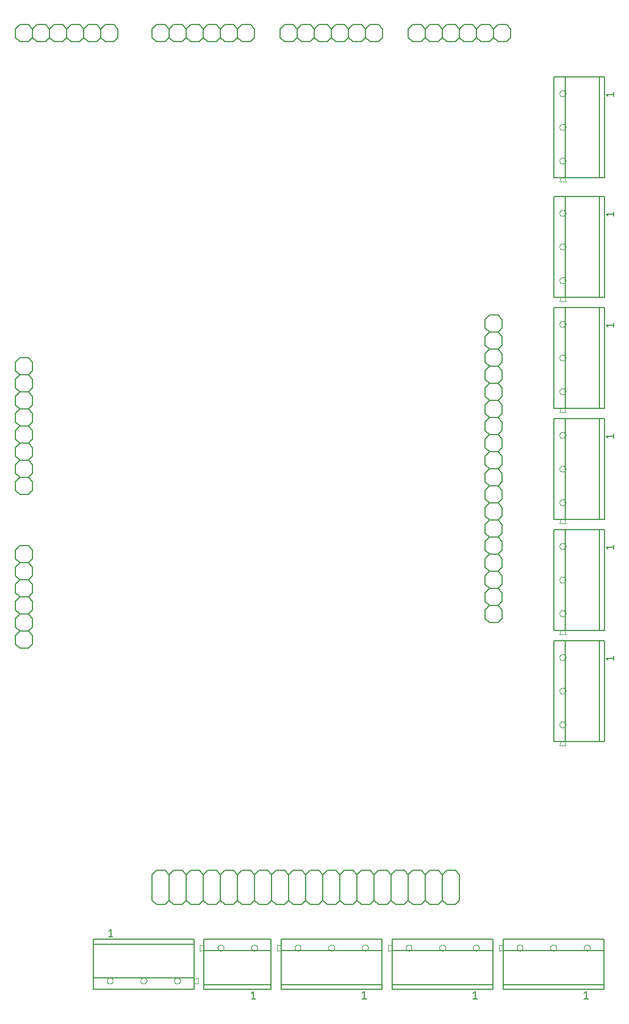
<source format=gto>
G75*
%MOIN*%
%OFA0B0*%
%FSLAX25Y25*%
%IPPOS*%
%LPD*%
%AMOC8*
5,1,8,0,0,1.08239X$1,22.5*
%
%ADD10C,0.00600*%
%ADD11C,0.00300*%
%ADD12C,0.00500*%
D10*
X0061472Y0016236D02*
X0061472Y0023047D01*
X0120528Y0023047D01*
X0120528Y0022516D01*
X0120528Y0020193D01*
X0120528Y0016236D01*
X0061472Y0016236D01*
X0061472Y0023047D02*
X0061472Y0042850D01*
X0120528Y0042850D01*
X0120528Y0023047D01*
X0126315Y0019150D02*
X0126315Y0016236D01*
X0165685Y0016236D01*
X0165685Y0019150D01*
X0126315Y0019150D01*
X0126315Y0038953D01*
X0165685Y0038953D01*
X0165685Y0019150D01*
X0171472Y0019150D02*
X0171472Y0016236D01*
X0230528Y0016236D01*
X0230528Y0019150D01*
X0171472Y0019150D01*
X0171472Y0038953D01*
X0230528Y0038953D01*
X0230528Y0019150D01*
X0236472Y0019150D02*
X0236472Y0016236D01*
X0295528Y0016236D01*
X0295528Y0019150D01*
X0236472Y0019150D01*
X0236472Y0038953D01*
X0295528Y0038953D01*
X0295528Y0019150D01*
X0301472Y0019150D02*
X0301472Y0016236D01*
X0360528Y0016236D01*
X0360528Y0019150D01*
X0301472Y0019150D01*
X0301472Y0038953D01*
X0360528Y0038953D01*
X0360528Y0019150D01*
X0360528Y0038953D02*
X0360528Y0045764D01*
X0301472Y0045764D01*
X0301472Y0041807D01*
X0301472Y0039484D01*
X0301472Y0038953D01*
X0295528Y0038953D02*
X0295528Y0045764D01*
X0236472Y0045764D01*
X0236472Y0041807D01*
X0236472Y0039484D01*
X0236472Y0038953D01*
X0230528Y0038953D02*
X0230528Y0045764D01*
X0171472Y0045764D01*
X0171472Y0041807D01*
X0171472Y0039484D01*
X0171472Y0038953D01*
X0165685Y0038953D02*
X0165685Y0045764D01*
X0126315Y0045764D01*
X0126315Y0041807D01*
X0126315Y0039484D01*
X0126315Y0038953D01*
X0120528Y0042850D02*
X0120528Y0045764D01*
X0061472Y0045764D01*
X0061472Y0042850D01*
X0096000Y0068500D02*
X0096000Y0083500D01*
X0098500Y0086000D01*
X0103500Y0086000D01*
X0106000Y0083500D01*
X0106000Y0068500D01*
X0108500Y0066000D01*
X0113500Y0066000D01*
X0116000Y0068500D01*
X0116000Y0083500D01*
X0118500Y0086000D01*
X0123500Y0086000D01*
X0126000Y0083500D01*
X0126000Y0068500D01*
X0128500Y0066000D01*
X0133500Y0066000D01*
X0136000Y0068500D01*
X0136000Y0083500D01*
X0138500Y0086000D01*
X0143500Y0086000D01*
X0146000Y0083500D01*
X0146000Y0068500D01*
X0148500Y0066000D01*
X0153500Y0066000D01*
X0156000Y0068500D01*
X0156000Y0083500D01*
X0158500Y0086000D01*
X0163500Y0086000D01*
X0166000Y0083500D01*
X0166000Y0068500D01*
X0163500Y0066000D01*
X0158500Y0066000D01*
X0156000Y0068500D01*
X0156000Y0083500D02*
X0153500Y0086000D01*
X0148500Y0086000D01*
X0146000Y0083500D01*
X0136000Y0083500D02*
X0133500Y0086000D01*
X0128500Y0086000D01*
X0126000Y0083500D01*
X0126000Y0068500D02*
X0123500Y0066000D01*
X0118500Y0066000D01*
X0116000Y0068500D01*
X0106000Y0068500D02*
X0103500Y0066000D01*
X0098500Y0066000D01*
X0096000Y0068500D01*
X0106000Y0083500D02*
X0108500Y0086000D01*
X0113500Y0086000D01*
X0116000Y0083500D01*
X0136000Y0068500D02*
X0138500Y0066000D01*
X0143500Y0066000D01*
X0146000Y0068500D01*
X0166000Y0068500D02*
X0168500Y0066000D01*
X0173500Y0066000D01*
X0176000Y0068500D01*
X0176000Y0083500D01*
X0178500Y0086000D01*
X0183500Y0086000D01*
X0186000Y0083500D01*
X0186000Y0068500D01*
X0183500Y0066000D01*
X0178500Y0066000D01*
X0176000Y0068500D01*
X0176000Y0083500D02*
X0173500Y0086000D01*
X0168500Y0086000D01*
X0166000Y0083500D01*
X0186000Y0083500D02*
X0188500Y0086000D01*
X0193500Y0086000D01*
X0196000Y0083500D01*
X0196000Y0068500D01*
X0193500Y0066000D01*
X0188500Y0066000D01*
X0186000Y0068500D01*
X0196000Y0068500D02*
X0198500Y0066000D01*
X0203500Y0066000D01*
X0206000Y0068500D01*
X0206000Y0083500D01*
X0208500Y0086000D01*
X0213500Y0086000D01*
X0216000Y0083500D01*
X0216000Y0068500D01*
X0213500Y0066000D01*
X0208500Y0066000D01*
X0206000Y0068500D01*
X0206000Y0083500D02*
X0203500Y0086000D01*
X0198500Y0086000D01*
X0196000Y0083500D01*
X0216000Y0083500D02*
X0218500Y0086000D01*
X0223500Y0086000D01*
X0226000Y0083500D01*
X0226000Y0068500D01*
X0223500Y0066000D01*
X0218500Y0066000D01*
X0216000Y0068500D01*
X0226000Y0068500D02*
X0228500Y0066000D01*
X0233500Y0066000D01*
X0236000Y0068500D01*
X0236000Y0083500D01*
X0238500Y0086000D01*
X0243500Y0086000D01*
X0246000Y0083500D01*
X0246000Y0068500D01*
X0243500Y0066000D01*
X0238500Y0066000D01*
X0236000Y0068500D01*
X0236000Y0083500D02*
X0233500Y0086000D01*
X0228500Y0086000D01*
X0226000Y0083500D01*
X0246000Y0083500D02*
X0248500Y0086000D01*
X0253500Y0086000D01*
X0256000Y0083500D01*
X0256000Y0068500D01*
X0253500Y0066000D01*
X0248500Y0066000D01*
X0246000Y0068500D01*
X0256000Y0068500D02*
X0258500Y0066000D01*
X0263500Y0066000D01*
X0266000Y0068500D01*
X0266000Y0083500D01*
X0268500Y0086000D01*
X0273500Y0086000D01*
X0276000Y0083500D01*
X0276000Y0068500D01*
X0273500Y0066000D01*
X0268500Y0066000D01*
X0266000Y0068500D01*
X0266000Y0083500D02*
X0263500Y0086000D01*
X0258500Y0086000D01*
X0256000Y0083500D01*
X0331236Y0161472D02*
X0335193Y0161472D01*
X0337516Y0161472D01*
X0338047Y0161472D01*
X0338047Y0220528D01*
X0357850Y0220528D01*
X0357850Y0161472D01*
X0338047Y0161472D01*
X0331236Y0161472D02*
X0331236Y0220528D01*
X0338047Y0220528D01*
X0338047Y0226472D02*
X0338047Y0285528D01*
X0357850Y0285528D01*
X0357850Y0226472D01*
X0338047Y0226472D01*
X0337516Y0226472D01*
X0335193Y0226472D01*
X0331236Y0226472D01*
X0331236Y0285528D01*
X0338047Y0285528D01*
X0338047Y0291472D02*
X0338047Y0350528D01*
X0357850Y0350528D01*
X0357850Y0291472D01*
X0338047Y0291472D01*
X0337516Y0291472D01*
X0335193Y0291472D01*
X0331236Y0291472D01*
X0331236Y0350528D01*
X0338047Y0350528D01*
X0338047Y0356472D02*
X0338047Y0415528D01*
X0357850Y0415528D01*
X0357850Y0356472D01*
X0338047Y0356472D01*
X0337516Y0356472D01*
X0335193Y0356472D01*
X0331236Y0356472D01*
X0331236Y0415528D01*
X0338047Y0415528D01*
X0338047Y0421472D02*
X0338047Y0480528D01*
X0357850Y0480528D01*
X0357850Y0421472D01*
X0338047Y0421472D01*
X0337516Y0421472D01*
X0335193Y0421472D01*
X0331236Y0421472D01*
X0331236Y0480528D01*
X0338047Y0480528D01*
X0338047Y0491472D02*
X0338047Y0550528D01*
X0357850Y0550528D01*
X0357850Y0491472D01*
X0338047Y0491472D01*
X0337516Y0491472D01*
X0335193Y0491472D01*
X0331236Y0491472D01*
X0331236Y0550528D01*
X0338047Y0550528D01*
X0357850Y0550528D02*
X0360764Y0550528D01*
X0360764Y0491472D01*
X0357850Y0491472D01*
X0357850Y0480528D02*
X0360764Y0480528D01*
X0360764Y0421472D01*
X0357850Y0421472D01*
X0357850Y0415528D02*
X0360764Y0415528D01*
X0360764Y0356472D01*
X0357850Y0356472D01*
X0357850Y0350528D02*
X0360764Y0350528D01*
X0360764Y0291472D01*
X0357850Y0291472D01*
X0357850Y0285528D02*
X0360764Y0285528D01*
X0360764Y0226472D01*
X0357850Y0226472D01*
X0357850Y0220528D02*
X0360764Y0220528D01*
X0360764Y0161472D01*
X0357850Y0161472D01*
X0298500Y0231000D02*
X0301000Y0233500D01*
X0301000Y0238500D01*
X0298500Y0241000D01*
X0301000Y0243500D01*
X0301000Y0248500D01*
X0298500Y0251000D01*
X0293500Y0251000D01*
X0291000Y0248500D01*
X0291000Y0243500D01*
X0293500Y0241000D01*
X0298500Y0241000D01*
X0293500Y0241000D02*
X0291000Y0238500D01*
X0291000Y0233500D01*
X0293500Y0231000D01*
X0298500Y0231000D01*
X0298500Y0251000D02*
X0301000Y0253500D01*
X0301000Y0258500D01*
X0298500Y0261000D01*
X0301000Y0263500D01*
X0301000Y0268500D01*
X0298500Y0271000D01*
X0301000Y0273500D01*
X0301000Y0278500D01*
X0298500Y0281000D01*
X0293500Y0281000D01*
X0291000Y0278500D01*
X0291000Y0273500D01*
X0293500Y0271000D01*
X0298500Y0271000D01*
X0293500Y0271000D02*
X0291000Y0268500D01*
X0291000Y0263500D01*
X0293500Y0261000D01*
X0298500Y0261000D01*
X0293500Y0261000D02*
X0291000Y0258500D01*
X0291000Y0253500D01*
X0293500Y0251000D01*
X0293500Y0281000D02*
X0291000Y0283500D01*
X0291000Y0288500D01*
X0293500Y0291000D01*
X0291000Y0293500D01*
X0291000Y0298500D01*
X0293500Y0301000D01*
X0291000Y0303500D01*
X0291000Y0308500D01*
X0293500Y0311000D01*
X0298500Y0311000D01*
X0301000Y0308500D01*
X0301000Y0303500D01*
X0298500Y0301000D01*
X0301000Y0298500D01*
X0301000Y0293500D01*
X0298500Y0291000D01*
X0301000Y0288500D01*
X0301000Y0283500D01*
X0298500Y0281000D01*
X0298500Y0291000D02*
X0293500Y0291000D01*
X0293500Y0301000D02*
X0298500Y0301000D01*
X0298500Y0311000D02*
X0301000Y0313500D01*
X0301000Y0318500D01*
X0298500Y0321000D01*
X0301000Y0323500D01*
X0301000Y0328500D01*
X0298500Y0331000D01*
X0301000Y0333500D01*
X0301000Y0338500D01*
X0298500Y0341000D01*
X0293500Y0341000D01*
X0291000Y0338500D01*
X0291000Y0333500D01*
X0293500Y0331000D01*
X0298500Y0331000D01*
X0293500Y0331000D02*
X0291000Y0328500D01*
X0291000Y0323500D01*
X0293500Y0321000D01*
X0298500Y0321000D01*
X0293500Y0321000D02*
X0291000Y0318500D01*
X0291000Y0313500D01*
X0293500Y0311000D01*
X0293500Y0341000D02*
X0291000Y0343500D01*
X0291000Y0348500D01*
X0293500Y0351000D01*
X0291000Y0353500D01*
X0291000Y0358500D01*
X0293500Y0361000D01*
X0291000Y0363500D01*
X0291000Y0368500D01*
X0293500Y0371000D01*
X0298500Y0371000D01*
X0301000Y0368500D01*
X0301000Y0363500D01*
X0298500Y0361000D01*
X0301000Y0358500D01*
X0301000Y0353500D01*
X0298500Y0351000D01*
X0301000Y0348500D01*
X0301000Y0343500D01*
X0298500Y0341000D01*
X0298500Y0351000D02*
X0293500Y0351000D01*
X0293500Y0361000D02*
X0298500Y0361000D01*
X0298500Y0371000D02*
X0301000Y0373500D01*
X0301000Y0378500D01*
X0298500Y0381000D01*
X0301000Y0383500D01*
X0301000Y0388500D01*
X0298500Y0391000D01*
X0301000Y0393500D01*
X0301000Y0398500D01*
X0298500Y0401000D01*
X0301000Y0403500D01*
X0301000Y0408500D01*
X0298500Y0411000D01*
X0293500Y0411000D01*
X0291000Y0408500D01*
X0291000Y0403500D01*
X0293500Y0401000D01*
X0298500Y0401000D01*
X0293500Y0401000D02*
X0291000Y0398500D01*
X0291000Y0393500D01*
X0293500Y0391000D01*
X0298500Y0391000D01*
X0293500Y0391000D02*
X0291000Y0388500D01*
X0291000Y0383500D01*
X0293500Y0381000D01*
X0298500Y0381000D01*
X0293500Y0381000D02*
X0291000Y0378500D01*
X0291000Y0373500D01*
X0293500Y0371000D01*
X0293500Y0571000D02*
X0288500Y0571000D01*
X0286000Y0573500D01*
X0286000Y0578500D01*
X0288500Y0581000D01*
X0293500Y0581000D01*
X0296000Y0578500D01*
X0298500Y0581000D01*
X0303500Y0581000D01*
X0306000Y0578500D01*
X0306000Y0573500D01*
X0303500Y0571000D01*
X0298500Y0571000D01*
X0296000Y0573500D01*
X0293500Y0571000D01*
X0296000Y0573500D02*
X0296000Y0578500D01*
X0286000Y0578500D02*
X0283500Y0581000D01*
X0278500Y0581000D01*
X0276000Y0578500D01*
X0273500Y0581000D01*
X0268500Y0581000D01*
X0266000Y0578500D01*
X0263500Y0581000D01*
X0258500Y0581000D01*
X0256000Y0578500D01*
X0253500Y0581000D01*
X0248500Y0581000D01*
X0246000Y0578500D01*
X0246000Y0573500D01*
X0248500Y0571000D01*
X0253500Y0571000D01*
X0256000Y0573500D01*
X0256000Y0578500D01*
X0256000Y0573500D02*
X0258500Y0571000D01*
X0263500Y0571000D01*
X0266000Y0573500D01*
X0266000Y0578500D01*
X0266000Y0573500D02*
X0268500Y0571000D01*
X0273500Y0571000D01*
X0276000Y0573500D01*
X0276000Y0578500D01*
X0276000Y0573500D02*
X0278500Y0571000D01*
X0283500Y0571000D01*
X0286000Y0573500D01*
X0231000Y0573500D02*
X0228500Y0571000D01*
X0223500Y0571000D01*
X0221000Y0573500D01*
X0218500Y0571000D01*
X0213500Y0571000D01*
X0211000Y0573500D01*
X0211000Y0578500D01*
X0213500Y0581000D01*
X0218500Y0581000D01*
X0221000Y0578500D01*
X0223500Y0581000D01*
X0228500Y0581000D01*
X0231000Y0578500D01*
X0231000Y0573500D01*
X0221000Y0573500D02*
X0221000Y0578500D01*
X0211000Y0578500D02*
X0208500Y0581000D01*
X0203500Y0581000D01*
X0201000Y0578500D01*
X0198500Y0581000D01*
X0193500Y0581000D01*
X0191000Y0578500D01*
X0188500Y0581000D01*
X0183500Y0581000D01*
X0181000Y0578500D01*
X0178500Y0581000D01*
X0173500Y0581000D01*
X0171000Y0578500D01*
X0171000Y0573500D01*
X0173500Y0571000D01*
X0178500Y0571000D01*
X0181000Y0573500D01*
X0181000Y0578500D01*
X0181000Y0573500D02*
X0183500Y0571000D01*
X0188500Y0571000D01*
X0191000Y0573500D01*
X0191000Y0578500D01*
X0191000Y0573500D02*
X0193500Y0571000D01*
X0198500Y0571000D01*
X0201000Y0573500D01*
X0201000Y0578500D01*
X0201000Y0573500D02*
X0203500Y0571000D01*
X0208500Y0571000D01*
X0211000Y0573500D01*
X0156000Y0573500D02*
X0153500Y0571000D01*
X0148500Y0571000D01*
X0146000Y0573500D01*
X0143500Y0571000D01*
X0138500Y0571000D01*
X0136000Y0573500D01*
X0136000Y0578500D01*
X0138500Y0581000D01*
X0143500Y0581000D01*
X0146000Y0578500D01*
X0148500Y0581000D01*
X0153500Y0581000D01*
X0156000Y0578500D01*
X0156000Y0573500D01*
X0146000Y0573500D02*
X0146000Y0578500D01*
X0136000Y0578500D02*
X0133500Y0581000D01*
X0128500Y0581000D01*
X0126000Y0578500D01*
X0123500Y0581000D01*
X0118500Y0581000D01*
X0116000Y0578500D01*
X0113500Y0581000D01*
X0108500Y0581000D01*
X0106000Y0578500D01*
X0103500Y0581000D01*
X0098500Y0581000D01*
X0096000Y0578500D01*
X0096000Y0573500D01*
X0098500Y0571000D01*
X0103500Y0571000D01*
X0106000Y0573500D01*
X0106000Y0578500D01*
X0106000Y0573500D02*
X0108500Y0571000D01*
X0113500Y0571000D01*
X0116000Y0573500D01*
X0116000Y0578500D01*
X0116000Y0573500D02*
X0118500Y0571000D01*
X0123500Y0571000D01*
X0126000Y0573500D01*
X0126000Y0578500D01*
X0126000Y0573500D02*
X0128500Y0571000D01*
X0133500Y0571000D01*
X0136000Y0573500D01*
X0076000Y0573500D02*
X0073500Y0571000D01*
X0068500Y0571000D01*
X0066000Y0573500D01*
X0063500Y0571000D01*
X0058500Y0571000D01*
X0056000Y0573500D01*
X0056000Y0578500D01*
X0058500Y0581000D01*
X0063500Y0581000D01*
X0066000Y0578500D01*
X0068500Y0581000D01*
X0073500Y0581000D01*
X0076000Y0578500D01*
X0076000Y0573500D01*
X0066000Y0573500D02*
X0066000Y0578500D01*
X0056000Y0578500D02*
X0053500Y0581000D01*
X0048500Y0581000D01*
X0046000Y0578500D01*
X0043500Y0581000D01*
X0038500Y0581000D01*
X0036000Y0578500D01*
X0033500Y0581000D01*
X0028500Y0581000D01*
X0026000Y0578500D01*
X0023500Y0581000D01*
X0018500Y0581000D01*
X0016000Y0578500D01*
X0016000Y0573500D01*
X0018500Y0571000D01*
X0023500Y0571000D01*
X0026000Y0573500D01*
X0026000Y0578500D01*
X0026000Y0573500D02*
X0028500Y0571000D01*
X0033500Y0571000D01*
X0036000Y0573500D01*
X0036000Y0578500D01*
X0036000Y0573500D02*
X0038500Y0571000D01*
X0043500Y0571000D01*
X0046000Y0573500D01*
X0046000Y0578500D01*
X0046000Y0573500D02*
X0048500Y0571000D01*
X0053500Y0571000D01*
X0056000Y0573500D01*
X0023500Y0386000D02*
X0018500Y0386000D01*
X0016000Y0383500D01*
X0016000Y0378500D01*
X0018500Y0376000D01*
X0016000Y0373500D01*
X0016000Y0368500D01*
X0018500Y0366000D01*
X0023500Y0366000D01*
X0026000Y0368500D01*
X0026000Y0373500D01*
X0023500Y0376000D01*
X0018500Y0376000D01*
X0023500Y0376000D02*
X0026000Y0378500D01*
X0026000Y0383500D01*
X0023500Y0386000D01*
X0023500Y0366000D02*
X0026000Y0363500D01*
X0026000Y0358500D01*
X0023500Y0356000D01*
X0026000Y0353500D01*
X0026000Y0348500D01*
X0023500Y0346000D01*
X0026000Y0343500D01*
X0026000Y0338500D01*
X0023500Y0336000D01*
X0018500Y0336000D01*
X0016000Y0338500D01*
X0016000Y0343500D01*
X0018500Y0346000D01*
X0016000Y0348500D01*
X0016000Y0353500D01*
X0018500Y0356000D01*
X0016000Y0358500D01*
X0016000Y0363500D01*
X0018500Y0366000D01*
X0018500Y0356000D02*
X0023500Y0356000D01*
X0023500Y0346000D02*
X0018500Y0346000D01*
X0018500Y0336000D02*
X0016000Y0333500D01*
X0016000Y0328500D01*
X0018500Y0326000D01*
X0016000Y0323500D01*
X0016000Y0318500D01*
X0018500Y0316000D01*
X0016000Y0313500D01*
X0016000Y0308500D01*
X0018500Y0306000D01*
X0023500Y0306000D01*
X0026000Y0308500D01*
X0026000Y0313500D01*
X0023500Y0316000D01*
X0018500Y0316000D01*
X0023500Y0316000D02*
X0026000Y0318500D01*
X0026000Y0323500D01*
X0023500Y0326000D01*
X0018500Y0326000D01*
X0023500Y0326000D02*
X0026000Y0328500D01*
X0026000Y0333500D01*
X0023500Y0336000D01*
X0023500Y0276000D02*
X0018500Y0276000D01*
X0016000Y0273500D01*
X0016000Y0268500D01*
X0018500Y0266000D01*
X0016000Y0263500D01*
X0016000Y0258500D01*
X0018500Y0256000D01*
X0023500Y0256000D01*
X0026000Y0258500D01*
X0026000Y0263500D01*
X0023500Y0266000D01*
X0018500Y0266000D01*
X0023500Y0266000D02*
X0026000Y0268500D01*
X0026000Y0273500D01*
X0023500Y0276000D01*
X0023500Y0256000D02*
X0026000Y0253500D01*
X0026000Y0248500D01*
X0023500Y0246000D01*
X0026000Y0243500D01*
X0026000Y0238500D01*
X0023500Y0236000D01*
X0026000Y0233500D01*
X0026000Y0228500D01*
X0023500Y0226000D01*
X0026000Y0223500D01*
X0026000Y0218500D01*
X0023500Y0216000D01*
X0018500Y0216000D01*
X0016000Y0218500D01*
X0016000Y0223500D01*
X0018500Y0226000D01*
X0016000Y0228500D01*
X0016000Y0233500D01*
X0018500Y0236000D01*
X0016000Y0238500D01*
X0016000Y0243500D01*
X0018500Y0246000D01*
X0016000Y0248500D01*
X0016000Y0253500D01*
X0018500Y0256000D01*
X0018500Y0246000D02*
X0023500Y0246000D01*
X0023500Y0236000D02*
X0018500Y0236000D01*
X0018500Y0226000D02*
X0023500Y0226000D01*
D11*
X0124031Y0042417D02*
X0124031Y0038874D01*
X0126315Y0039484D01*
X0126315Y0041807D02*
X0124031Y0042417D01*
X0134385Y0040646D02*
X0134387Y0040730D01*
X0134393Y0040813D01*
X0134403Y0040896D01*
X0134417Y0040979D01*
X0134434Y0041061D01*
X0134456Y0041142D01*
X0134481Y0041221D01*
X0134510Y0041300D01*
X0134543Y0041377D01*
X0134579Y0041452D01*
X0134619Y0041526D01*
X0134662Y0041598D01*
X0134709Y0041667D01*
X0134759Y0041734D01*
X0134812Y0041799D01*
X0134868Y0041861D01*
X0134926Y0041921D01*
X0134988Y0041978D01*
X0135052Y0042031D01*
X0135119Y0042082D01*
X0135188Y0042129D01*
X0135259Y0042174D01*
X0135332Y0042214D01*
X0135407Y0042251D01*
X0135484Y0042285D01*
X0135562Y0042315D01*
X0135641Y0042341D01*
X0135722Y0042364D01*
X0135804Y0042382D01*
X0135886Y0042397D01*
X0135969Y0042408D01*
X0136052Y0042415D01*
X0136136Y0042418D01*
X0136220Y0042417D01*
X0136303Y0042412D01*
X0136387Y0042403D01*
X0136469Y0042390D01*
X0136551Y0042374D01*
X0136632Y0042353D01*
X0136713Y0042329D01*
X0136791Y0042301D01*
X0136869Y0042269D01*
X0136945Y0042233D01*
X0137019Y0042194D01*
X0137091Y0042152D01*
X0137161Y0042106D01*
X0137229Y0042057D01*
X0137294Y0042005D01*
X0137357Y0041950D01*
X0137417Y0041892D01*
X0137475Y0041831D01*
X0137529Y0041767D01*
X0137581Y0041701D01*
X0137629Y0041633D01*
X0137674Y0041562D01*
X0137715Y0041489D01*
X0137754Y0041415D01*
X0137788Y0041339D01*
X0137819Y0041261D01*
X0137846Y0041182D01*
X0137870Y0041101D01*
X0137889Y0041020D01*
X0137905Y0040938D01*
X0137917Y0040855D01*
X0137925Y0040771D01*
X0137929Y0040688D01*
X0137929Y0040604D01*
X0137925Y0040521D01*
X0137917Y0040437D01*
X0137905Y0040354D01*
X0137889Y0040272D01*
X0137870Y0040191D01*
X0137846Y0040110D01*
X0137819Y0040031D01*
X0137788Y0039953D01*
X0137754Y0039877D01*
X0137715Y0039803D01*
X0137674Y0039730D01*
X0137629Y0039659D01*
X0137581Y0039591D01*
X0137529Y0039525D01*
X0137475Y0039461D01*
X0137417Y0039400D01*
X0137357Y0039342D01*
X0137294Y0039287D01*
X0137229Y0039235D01*
X0137161Y0039186D01*
X0137091Y0039140D01*
X0137019Y0039098D01*
X0136945Y0039059D01*
X0136869Y0039023D01*
X0136791Y0038991D01*
X0136713Y0038963D01*
X0136632Y0038939D01*
X0136551Y0038918D01*
X0136469Y0038902D01*
X0136387Y0038889D01*
X0136303Y0038880D01*
X0136220Y0038875D01*
X0136136Y0038874D01*
X0136052Y0038877D01*
X0135969Y0038884D01*
X0135886Y0038895D01*
X0135804Y0038910D01*
X0135722Y0038928D01*
X0135641Y0038951D01*
X0135562Y0038977D01*
X0135484Y0039007D01*
X0135407Y0039041D01*
X0135332Y0039078D01*
X0135259Y0039118D01*
X0135188Y0039163D01*
X0135119Y0039210D01*
X0135052Y0039261D01*
X0134988Y0039314D01*
X0134926Y0039371D01*
X0134868Y0039431D01*
X0134812Y0039493D01*
X0134759Y0039558D01*
X0134709Y0039625D01*
X0134662Y0039694D01*
X0134619Y0039766D01*
X0134579Y0039840D01*
X0134543Y0039915D01*
X0134510Y0039992D01*
X0134481Y0040071D01*
X0134456Y0040150D01*
X0134434Y0040231D01*
X0134417Y0040313D01*
X0134403Y0040396D01*
X0134393Y0040479D01*
X0134387Y0040562D01*
X0134385Y0040646D01*
X0122811Y0023126D02*
X0120528Y0022516D01*
X0120528Y0020193D02*
X0122811Y0019583D01*
X0122811Y0023126D01*
X0108913Y0021354D02*
X0108915Y0021438D01*
X0108921Y0021521D01*
X0108931Y0021604D01*
X0108945Y0021687D01*
X0108962Y0021769D01*
X0108984Y0021850D01*
X0109009Y0021929D01*
X0109038Y0022008D01*
X0109071Y0022085D01*
X0109107Y0022160D01*
X0109147Y0022234D01*
X0109190Y0022306D01*
X0109237Y0022375D01*
X0109287Y0022442D01*
X0109340Y0022507D01*
X0109396Y0022569D01*
X0109454Y0022629D01*
X0109516Y0022686D01*
X0109580Y0022739D01*
X0109647Y0022790D01*
X0109716Y0022837D01*
X0109787Y0022882D01*
X0109860Y0022922D01*
X0109935Y0022959D01*
X0110012Y0022993D01*
X0110090Y0023023D01*
X0110169Y0023049D01*
X0110250Y0023072D01*
X0110332Y0023090D01*
X0110414Y0023105D01*
X0110497Y0023116D01*
X0110580Y0023123D01*
X0110664Y0023126D01*
X0110748Y0023125D01*
X0110831Y0023120D01*
X0110915Y0023111D01*
X0110997Y0023098D01*
X0111079Y0023082D01*
X0111160Y0023061D01*
X0111241Y0023037D01*
X0111319Y0023009D01*
X0111397Y0022977D01*
X0111473Y0022941D01*
X0111547Y0022902D01*
X0111619Y0022860D01*
X0111689Y0022814D01*
X0111757Y0022765D01*
X0111822Y0022713D01*
X0111885Y0022658D01*
X0111945Y0022600D01*
X0112003Y0022539D01*
X0112057Y0022475D01*
X0112109Y0022409D01*
X0112157Y0022341D01*
X0112202Y0022270D01*
X0112243Y0022197D01*
X0112282Y0022123D01*
X0112316Y0022047D01*
X0112347Y0021969D01*
X0112374Y0021890D01*
X0112398Y0021809D01*
X0112417Y0021728D01*
X0112433Y0021646D01*
X0112445Y0021563D01*
X0112453Y0021479D01*
X0112457Y0021396D01*
X0112457Y0021312D01*
X0112453Y0021229D01*
X0112445Y0021145D01*
X0112433Y0021062D01*
X0112417Y0020980D01*
X0112398Y0020899D01*
X0112374Y0020818D01*
X0112347Y0020739D01*
X0112316Y0020661D01*
X0112282Y0020585D01*
X0112243Y0020511D01*
X0112202Y0020438D01*
X0112157Y0020367D01*
X0112109Y0020299D01*
X0112057Y0020233D01*
X0112003Y0020169D01*
X0111945Y0020108D01*
X0111885Y0020050D01*
X0111822Y0019995D01*
X0111757Y0019943D01*
X0111689Y0019894D01*
X0111619Y0019848D01*
X0111547Y0019806D01*
X0111473Y0019767D01*
X0111397Y0019731D01*
X0111319Y0019699D01*
X0111241Y0019671D01*
X0111160Y0019647D01*
X0111079Y0019626D01*
X0110997Y0019610D01*
X0110915Y0019597D01*
X0110831Y0019588D01*
X0110748Y0019583D01*
X0110664Y0019582D01*
X0110580Y0019585D01*
X0110497Y0019592D01*
X0110414Y0019603D01*
X0110332Y0019618D01*
X0110250Y0019636D01*
X0110169Y0019659D01*
X0110090Y0019685D01*
X0110012Y0019715D01*
X0109935Y0019749D01*
X0109860Y0019786D01*
X0109787Y0019826D01*
X0109716Y0019871D01*
X0109647Y0019918D01*
X0109580Y0019969D01*
X0109516Y0020022D01*
X0109454Y0020079D01*
X0109396Y0020139D01*
X0109340Y0020201D01*
X0109287Y0020266D01*
X0109237Y0020333D01*
X0109190Y0020402D01*
X0109147Y0020474D01*
X0109107Y0020548D01*
X0109071Y0020623D01*
X0109038Y0020700D01*
X0109009Y0020779D01*
X0108984Y0020858D01*
X0108962Y0020939D01*
X0108945Y0021021D01*
X0108931Y0021104D01*
X0108921Y0021187D01*
X0108915Y0021270D01*
X0108913Y0021354D01*
X0089228Y0021354D02*
X0089230Y0021438D01*
X0089236Y0021521D01*
X0089246Y0021604D01*
X0089260Y0021687D01*
X0089277Y0021769D01*
X0089299Y0021850D01*
X0089324Y0021929D01*
X0089353Y0022008D01*
X0089386Y0022085D01*
X0089422Y0022160D01*
X0089462Y0022234D01*
X0089505Y0022306D01*
X0089552Y0022375D01*
X0089602Y0022442D01*
X0089655Y0022507D01*
X0089711Y0022569D01*
X0089769Y0022629D01*
X0089831Y0022686D01*
X0089895Y0022739D01*
X0089962Y0022790D01*
X0090031Y0022837D01*
X0090102Y0022882D01*
X0090175Y0022922D01*
X0090250Y0022959D01*
X0090327Y0022993D01*
X0090405Y0023023D01*
X0090484Y0023049D01*
X0090565Y0023072D01*
X0090647Y0023090D01*
X0090729Y0023105D01*
X0090812Y0023116D01*
X0090895Y0023123D01*
X0090979Y0023126D01*
X0091063Y0023125D01*
X0091146Y0023120D01*
X0091230Y0023111D01*
X0091312Y0023098D01*
X0091394Y0023082D01*
X0091475Y0023061D01*
X0091556Y0023037D01*
X0091634Y0023009D01*
X0091712Y0022977D01*
X0091788Y0022941D01*
X0091862Y0022902D01*
X0091934Y0022860D01*
X0092004Y0022814D01*
X0092072Y0022765D01*
X0092137Y0022713D01*
X0092200Y0022658D01*
X0092260Y0022600D01*
X0092318Y0022539D01*
X0092372Y0022475D01*
X0092424Y0022409D01*
X0092472Y0022341D01*
X0092517Y0022270D01*
X0092558Y0022197D01*
X0092597Y0022123D01*
X0092631Y0022047D01*
X0092662Y0021969D01*
X0092689Y0021890D01*
X0092713Y0021809D01*
X0092732Y0021728D01*
X0092748Y0021646D01*
X0092760Y0021563D01*
X0092768Y0021479D01*
X0092772Y0021396D01*
X0092772Y0021312D01*
X0092768Y0021229D01*
X0092760Y0021145D01*
X0092748Y0021062D01*
X0092732Y0020980D01*
X0092713Y0020899D01*
X0092689Y0020818D01*
X0092662Y0020739D01*
X0092631Y0020661D01*
X0092597Y0020585D01*
X0092558Y0020511D01*
X0092517Y0020438D01*
X0092472Y0020367D01*
X0092424Y0020299D01*
X0092372Y0020233D01*
X0092318Y0020169D01*
X0092260Y0020108D01*
X0092200Y0020050D01*
X0092137Y0019995D01*
X0092072Y0019943D01*
X0092004Y0019894D01*
X0091934Y0019848D01*
X0091862Y0019806D01*
X0091788Y0019767D01*
X0091712Y0019731D01*
X0091634Y0019699D01*
X0091556Y0019671D01*
X0091475Y0019647D01*
X0091394Y0019626D01*
X0091312Y0019610D01*
X0091230Y0019597D01*
X0091146Y0019588D01*
X0091063Y0019583D01*
X0090979Y0019582D01*
X0090895Y0019585D01*
X0090812Y0019592D01*
X0090729Y0019603D01*
X0090647Y0019618D01*
X0090565Y0019636D01*
X0090484Y0019659D01*
X0090405Y0019685D01*
X0090327Y0019715D01*
X0090250Y0019749D01*
X0090175Y0019786D01*
X0090102Y0019826D01*
X0090031Y0019871D01*
X0089962Y0019918D01*
X0089895Y0019969D01*
X0089831Y0020022D01*
X0089769Y0020079D01*
X0089711Y0020139D01*
X0089655Y0020201D01*
X0089602Y0020266D01*
X0089552Y0020333D01*
X0089505Y0020402D01*
X0089462Y0020474D01*
X0089422Y0020548D01*
X0089386Y0020623D01*
X0089353Y0020700D01*
X0089324Y0020779D01*
X0089299Y0020858D01*
X0089277Y0020939D01*
X0089260Y0021021D01*
X0089246Y0021104D01*
X0089236Y0021187D01*
X0089230Y0021270D01*
X0089228Y0021354D01*
X0069543Y0021354D02*
X0069545Y0021438D01*
X0069551Y0021521D01*
X0069561Y0021604D01*
X0069575Y0021687D01*
X0069592Y0021769D01*
X0069614Y0021850D01*
X0069639Y0021929D01*
X0069668Y0022008D01*
X0069701Y0022085D01*
X0069737Y0022160D01*
X0069777Y0022234D01*
X0069820Y0022306D01*
X0069867Y0022375D01*
X0069917Y0022442D01*
X0069970Y0022507D01*
X0070026Y0022569D01*
X0070084Y0022629D01*
X0070146Y0022686D01*
X0070210Y0022739D01*
X0070277Y0022790D01*
X0070346Y0022837D01*
X0070417Y0022882D01*
X0070490Y0022922D01*
X0070565Y0022959D01*
X0070642Y0022993D01*
X0070720Y0023023D01*
X0070799Y0023049D01*
X0070880Y0023072D01*
X0070962Y0023090D01*
X0071044Y0023105D01*
X0071127Y0023116D01*
X0071210Y0023123D01*
X0071294Y0023126D01*
X0071378Y0023125D01*
X0071461Y0023120D01*
X0071545Y0023111D01*
X0071627Y0023098D01*
X0071709Y0023082D01*
X0071790Y0023061D01*
X0071871Y0023037D01*
X0071949Y0023009D01*
X0072027Y0022977D01*
X0072103Y0022941D01*
X0072177Y0022902D01*
X0072249Y0022860D01*
X0072319Y0022814D01*
X0072387Y0022765D01*
X0072452Y0022713D01*
X0072515Y0022658D01*
X0072575Y0022600D01*
X0072633Y0022539D01*
X0072687Y0022475D01*
X0072739Y0022409D01*
X0072787Y0022341D01*
X0072832Y0022270D01*
X0072873Y0022197D01*
X0072912Y0022123D01*
X0072946Y0022047D01*
X0072977Y0021969D01*
X0073004Y0021890D01*
X0073028Y0021809D01*
X0073047Y0021728D01*
X0073063Y0021646D01*
X0073075Y0021563D01*
X0073083Y0021479D01*
X0073087Y0021396D01*
X0073087Y0021312D01*
X0073083Y0021229D01*
X0073075Y0021145D01*
X0073063Y0021062D01*
X0073047Y0020980D01*
X0073028Y0020899D01*
X0073004Y0020818D01*
X0072977Y0020739D01*
X0072946Y0020661D01*
X0072912Y0020585D01*
X0072873Y0020511D01*
X0072832Y0020438D01*
X0072787Y0020367D01*
X0072739Y0020299D01*
X0072687Y0020233D01*
X0072633Y0020169D01*
X0072575Y0020108D01*
X0072515Y0020050D01*
X0072452Y0019995D01*
X0072387Y0019943D01*
X0072319Y0019894D01*
X0072249Y0019848D01*
X0072177Y0019806D01*
X0072103Y0019767D01*
X0072027Y0019731D01*
X0071949Y0019699D01*
X0071871Y0019671D01*
X0071790Y0019647D01*
X0071709Y0019626D01*
X0071627Y0019610D01*
X0071545Y0019597D01*
X0071461Y0019588D01*
X0071378Y0019583D01*
X0071294Y0019582D01*
X0071210Y0019585D01*
X0071127Y0019592D01*
X0071044Y0019603D01*
X0070962Y0019618D01*
X0070880Y0019636D01*
X0070799Y0019659D01*
X0070720Y0019685D01*
X0070642Y0019715D01*
X0070565Y0019749D01*
X0070490Y0019786D01*
X0070417Y0019826D01*
X0070346Y0019871D01*
X0070277Y0019918D01*
X0070210Y0019969D01*
X0070146Y0020022D01*
X0070084Y0020079D01*
X0070026Y0020139D01*
X0069970Y0020201D01*
X0069917Y0020266D01*
X0069867Y0020333D01*
X0069820Y0020402D01*
X0069777Y0020474D01*
X0069737Y0020548D01*
X0069701Y0020623D01*
X0069668Y0020700D01*
X0069639Y0020779D01*
X0069614Y0020858D01*
X0069592Y0020939D01*
X0069575Y0021021D01*
X0069561Y0021104D01*
X0069551Y0021187D01*
X0069545Y0021270D01*
X0069543Y0021354D01*
X0154071Y0040646D02*
X0154073Y0040730D01*
X0154079Y0040813D01*
X0154089Y0040896D01*
X0154103Y0040979D01*
X0154120Y0041061D01*
X0154142Y0041142D01*
X0154167Y0041221D01*
X0154196Y0041300D01*
X0154229Y0041377D01*
X0154265Y0041452D01*
X0154305Y0041526D01*
X0154348Y0041598D01*
X0154395Y0041667D01*
X0154445Y0041734D01*
X0154498Y0041799D01*
X0154554Y0041861D01*
X0154612Y0041921D01*
X0154674Y0041978D01*
X0154738Y0042031D01*
X0154805Y0042082D01*
X0154874Y0042129D01*
X0154945Y0042174D01*
X0155018Y0042214D01*
X0155093Y0042251D01*
X0155170Y0042285D01*
X0155248Y0042315D01*
X0155327Y0042341D01*
X0155408Y0042364D01*
X0155490Y0042382D01*
X0155572Y0042397D01*
X0155655Y0042408D01*
X0155738Y0042415D01*
X0155822Y0042418D01*
X0155906Y0042417D01*
X0155989Y0042412D01*
X0156073Y0042403D01*
X0156155Y0042390D01*
X0156237Y0042374D01*
X0156318Y0042353D01*
X0156399Y0042329D01*
X0156477Y0042301D01*
X0156555Y0042269D01*
X0156631Y0042233D01*
X0156705Y0042194D01*
X0156777Y0042152D01*
X0156847Y0042106D01*
X0156915Y0042057D01*
X0156980Y0042005D01*
X0157043Y0041950D01*
X0157103Y0041892D01*
X0157161Y0041831D01*
X0157215Y0041767D01*
X0157267Y0041701D01*
X0157315Y0041633D01*
X0157360Y0041562D01*
X0157401Y0041489D01*
X0157440Y0041415D01*
X0157474Y0041339D01*
X0157505Y0041261D01*
X0157532Y0041182D01*
X0157556Y0041101D01*
X0157575Y0041020D01*
X0157591Y0040938D01*
X0157603Y0040855D01*
X0157611Y0040771D01*
X0157615Y0040688D01*
X0157615Y0040604D01*
X0157611Y0040521D01*
X0157603Y0040437D01*
X0157591Y0040354D01*
X0157575Y0040272D01*
X0157556Y0040191D01*
X0157532Y0040110D01*
X0157505Y0040031D01*
X0157474Y0039953D01*
X0157440Y0039877D01*
X0157401Y0039803D01*
X0157360Y0039730D01*
X0157315Y0039659D01*
X0157267Y0039591D01*
X0157215Y0039525D01*
X0157161Y0039461D01*
X0157103Y0039400D01*
X0157043Y0039342D01*
X0156980Y0039287D01*
X0156915Y0039235D01*
X0156847Y0039186D01*
X0156777Y0039140D01*
X0156705Y0039098D01*
X0156631Y0039059D01*
X0156555Y0039023D01*
X0156477Y0038991D01*
X0156399Y0038963D01*
X0156318Y0038939D01*
X0156237Y0038918D01*
X0156155Y0038902D01*
X0156073Y0038889D01*
X0155989Y0038880D01*
X0155906Y0038875D01*
X0155822Y0038874D01*
X0155738Y0038877D01*
X0155655Y0038884D01*
X0155572Y0038895D01*
X0155490Y0038910D01*
X0155408Y0038928D01*
X0155327Y0038951D01*
X0155248Y0038977D01*
X0155170Y0039007D01*
X0155093Y0039041D01*
X0155018Y0039078D01*
X0154945Y0039118D01*
X0154874Y0039163D01*
X0154805Y0039210D01*
X0154738Y0039261D01*
X0154674Y0039314D01*
X0154612Y0039371D01*
X0154554Y0039431D01*
X0154498Y0039493D01*
X0154445Y0039558D01*
X0154395Y0039625D01*
X0154348Y0039694D01*
X0154305Y0039766D01*
X0154265Y0039840D01*
X0154229Y0039915D01*
X0154196Y0039992D01*
X0154167Y0040071D01*
X0154142Y0040150D01*
X0154120Y0040231D01*
X0154103Y0040313D01*
X0154089Y0040396D01*
X0154079Y0040479D01*
X0154073Y0040562D01*
X0154071Y0040646D01*
X0169189Y0042417D02*
X0169189Y0038874D01*
X0171472Y0039484D01*
X0171472Y0041807D02*
X0169189Y0042417D01*
X0179543Y0040646D02*
X0179545Y0040730D01*
X0179551Y0040813D01*
X0179561Y0040896D01*
X0179575Y0040979D01*
X0179592Y0041061D01*
X0179614Y0041142D01*
X0179639Y0041221D01*
X0179668Y0041300D01*
X0179701Y0041377D01*
X0179737Y0041452D01*
X0179777Y0041526D01*
X0179820Y0041598D01*
X0179867Y0041667D01*
X0179917Y0041734D01*
X0179970Y0041799D01*
X0180026Y0041861D01*
X0180084Y0041921D01*
X0180146Y0041978D01*
X0180210Y0042031D01*
X0180277Y0042082D01*
X0180346Y0042129D01*
X0180417Y0042174D01*
X0180490Y0042214D01*
X0180565Y0042251D01*
X0180642Y0042285D01*
X0180720Y0042315D01*
X0180799Y0042341D01*
X0180880Y0042364D01*
X0180962Y0042382D01*
X0181044Y0042397D01*
X0181127Y0042408D01*
X0181210Y0042415D01*
X0181294Y0042418D01*
X0181378Y0042417D01*
X0181461Y0042412D01*
X0181545Y0042403D01*
X0181627Y0042390D01*
X0181709Y0042374D01*
X0181790Y0042353D01*
X0181871Y0042329D01*
X0181949Y0042301D01*
X0182027Y0042269D01*
X0182103Y0042233D01*
X0182177Y0042194D01*
X0182249Y0042152D01*
X0182319Y0042106D01*
X0182387Y0042057D01*
X0182452Y0042005D01*
X0182515Y0041950D01*
X0182575Y0041892D01*
X0182633Y0041831D01*
X0182687Y0041767D01*
X0182739Y0041701D01*
X0182787Y0041633D01*
X0182832Y0041562D01*
X0182873Y0041489D01*
X0182912Y0041415D01*
X0182946Y0041339D01*
X0182977Y0041261D01*
X0183004Y0041182D01*
X0183028Y0041101D01*
X0183047Y0041020D01*
X0183063Y0040938D01*
X0183075Y0040855D01*
X0183083Y0040771D01*
X0183087Y0040688D01*
X0183087Y0040604D01*
X0183083Y0040521D01*
X0183075Y0040437D01*
X0183063Y0040354D01*
X0183047Y0040272D01*
X0183028Y0040191D01*
X0183004Y0040110D01*
X0182977Y0040031D01*
X0182946Y0039953D01*
X0182912Y0039877D01*
X0182873Y0039803D01*
X0182832Y0039730D01*
X0182787Y0039659D01*
X0182739Y0039591D01*
X0182687Y0039525D01*
X0182633Y0039461D01*
X0182575Y0039400D01*
X0182515Y0039342D01*
X0182452Y0039287D01*
X0182387Y0039235D01*
X0182319Y0039186D01*
X0182249Y0039140D01*
X0182177Y0039098D01*
X0182103Y0039059D01*
X0182027Y0039023D01*
X0181949Y0038991D01*
X0181871Y0038963D01*
X0181790Y0038939D01*
X0181709Y0038918D01*
X0181627Y0038902D01*
X0181545Y0038889D01*
X0181461Y0038880D01*
X0181378Y0038875D01*
X0181294Y0038874D01*
X0181210Y0038877D01*
X0181127Y0038884D01*
X0181044Y0038895D01*
X0180962Y0038910D01*
X0180880Y0038928D01*
X0180799Y0038951D01*
X0180720Y0038977D01*
X0180642Y0039007D01*
X0180565Y0039041D01*
X0180490Y0039078D01*
X0180417Y0039118D01*
X0180346Y0039163D01*
X0180277Y0039210D01*
X0180210Y0039261D01*
X0180146Y0039314D01*
X0180084Y0039371D01*
X0180026Y0039431D01*
X0179970Y0039493D01*
X0179917Y0039558D01*
X0179867Y0039625D01*
X0179820Y0039694D01*
X0179777Y0039766D01*
X0179737Y0039840D01*
X0179701Y0039915D01*
X0179668Y0039992D01*
X0179639Y0040071D01*
X0179614Y0040150D01*
X0179592Y0040231D01*
X0179575Y0040313D01*
X0179561Y0040396D01*
X0179551Y0040479D01*
X0179545Y0040562D01*
X0179543Y0040646D01*
X0199228Y0040646D02*
X0199230Y0040730D01*
X0199236Y0040813D01*
X0199246Y0040896D01*
X0199260Y0040979D01*
X0199277Y0041061D01*
X0199299Y0041142D01*
X0199324Y0041221D01*
X0199353Y0041300D01*
X0199386Y0041377D01*
X0199422Y0041452D01*
X0199462Y0041526D01*
X0199505Y0041598D01*
X0199552Y0041667D01*
X0199602Y0041734D01*
X0199655Y0041799D01*
X0199711Y0041861D01*
X0199769Y0041921D01*
X0199831Y0041978D01*
X0199895Y0042031D01*
X0199962Y0042082D01*
X0200031Y0042129D01*
X0200102Y0042174D01*
X0200175Y0042214D01*
X0200250Y0042251D01*
X0200327Y0042285D01*
X0200405Y0042315D01*
X0200484Y0042341D01*
X0200565Y0042364D01*
X0200647Y0042382D01*
X0200729Y0042397D01*
X0200812Y0042408D01*
X0200895Y0042415D01*
X0200979Y0042418D01*
X0201063Y0042417D01*
X0201146Y0042412D01*
X0201230Y0042403D01*
X0201312Y0042390D01*
X0201394Y0042374D01*
X0201475Y0042353D01*
X0201556Y0042329D01*
X0201634Y0042301D01*
X0201712Y0042269D01*
X0201788Y0042233D01*
X0201862Y0042194D01*
X0201934Y0042152D01*
X0202004Y0042106D01*
X0202072Y0042057D01*
X0202137Y0042005D01*
X0202200Y0041950D01*
X0202260Y0041892D01*
X0202318Y0041831D01*
X0202372Y0041767D01*
X0202424Y0041701D01*
X0202472Y0041633D01*
X0202517Y0041562D01*
X0202558Y0041489D01*
X0202597Y0041415D01*
X0202631Y0041339D01*
X0202662Y0041261D01*
X0202689Y0041182D01*
X0202713Y0041101D01*
X0202732Y0041020D01*
X0202748Y0040938D01*
X0202760Y0040855D01*
X0202768Y0040771D01*
X0202772Y0040688D01*
X0202772Y0040604D01*
X0202768Y0040521D01*
X0202760Y0040437D01*
X0202748Y0040354D01*
X0202732Y0040272D01*
X0202713Y0040191D01*
X0202689Y0040110D01*
X0202662Y0040031D01*
X0202631Y0039953D01*
X0202597Y0039877D01*
X0202558Y0039803D01*
X0202517Y0039730D01*
X0202472Y0039659D01*
X0202424Y0039591D01*
X0202372Y0039525D01*
X0202318Y0039461D01*
X0202260Y0039400D01*
X0202200Y0039342D01*
X0202137Y0039287D01*
X0202072Y0039235D01*
X0202004Y0039186D01*
X0201934Y0039140D01*
X0201862Y0039098D01*
X0201788Y0039059D01*
X0201712Y0039023D01*
X0201634Y0038991D01*
X0201556Y0038963D01*
X0201475Y0038939D01*
X0201394Y0038918D01*
X0201312Y0038902D01*
X0201230Y0038889D01*
X0201146Y0038880D01*
X0201063Y0038875D01*
X0200979Y0038874D01*
X0200895Y0038877D01*
X0200812Y0038884D01*
X0200729Y0038895D01*
X0200647Y0038910D01*
X0200565Y0038928D01*
X0200484Y0038951D01*
X0200405Y0038977D01*
X0200327Y0039007D01*
X0200250Y0039041D01*
X0200175Y0039078D01*
X0200102Y0039118D01*
X0200031Y0039163D01*
X0199962Y0039210D01*
X0199895Y0039261D01*
X0199831Y0039314D01*
X0199769Y0039371D01*
X0199711Y0039431D01*
X0199655Y0039493D01*
X0199602Y0039558D01*
X0199552Y0039625D01*
X0199505Y0039694D01*
X0199462Y0039766D01*
X0199422Y0039840D01*
X0199386Y0039915D01*
X0199353Y0039992D01*
X0199324Y0040071D01*
X0199299Y0040150D01*
X0199277Y0040231D01*
X0199260Y0040313D01*
X0199246Y0040396D01*
X0199236Y0040479D01*
X0199230Y0040562D01*
X0199228Y0040646D01*
X0218913Y0040646D02*
X0218915Y0040730D01*
X0218921Y0040813D01*
X0218931Y0040896D01*
X0218945Y0040979D01*
X0218962Y0041061D01*
X0218984Y0041142D01*
X0219009Y0041221D01*
X0219038Y0041300D01*
X0219071Y0041377D01*
X0219107Y0041452D01*
X0219147Y0041526D01*
X0219190Y0041598D01*
X0219237Y0041667D01*
X0219287Y0041734D01*
X0219340Y0041799D01*
X0219396Y0041861D01*
X0219454Y0041921D01*
X0219516Y0041978D01*
X0219580Y0042031D01*
X0219647Y0042082D01*
X0219716Y0042129D01*
X0219787Y0042174D01*
X0219860Y0042214D01*
X0219935Y0042251D01*
X0220012Y0042285D01*
X0220090Y0042315D01*
X0220169Y0042341D01*
X0220250Y0042364D01*
X0220332Y0042382D01*
X0220414Y0042397D01*
X0220497Y0042408D01*
X0220580Y0042415D01*
X0220664Y0042418D01*
X0220748Y0042417D01*
X0220831Y0042412D01*
X0220915Y0042403D01*
X0220997Y0042390D01*
X0221079Y0042374D01*
X0221160Y0042353D01*
X0221241Y0042329D01*
X0221319Y0042301D01*
X0221397Y0042269D01*
X0221473Y0042233D01*
X0221547Y0042194D01*
X0221619Y0042152D01*
X0221689Y0042106D01*
X0221757Y0042057D01*
X0221822Y0042005D01*
X0221885Y0041950D01*
X0221945Y0041892D01*
X0222003Y0041831D01*
X0222057Y0041767D01*
X0222109Y0041701D01*
X0222157Y0041633D01*
X0222202Y0041562D01*
X0222243Y0041489D01*
X0222282Y0041415D01*
X0222316Y0041339D01*
X0222347Y0041261D01*
X0222374Y0041182D01*
X0222398Y0041101D01*
X0222417Y0041020D01*
X0222433Y0040938D01*
X0222445Y0040855D01*
X0222453Y0040771D01*
X0222457Y0040688D01*
X0222457Y0040604D01*
X0222453Y0040521D01*
X0222445Y0040437D01*
X0222433Y0040354D01*
X0222417Y0040272D01*
X0222398Y0040191D01*
X0222374Y0040110D01*
X0222347Y0040031D01*
X0222316Y0039953D01*
X0222282Y0039877D01*
X0222243Y0039803D01*
X0222202Y0039730D01*
X0222157Y0039659D01*
X0222109Y0039591D01*
X0222057Y0039525D01*
X0222003Y0039461D01*
X0221945Y0039400D01*
X0221885Y0039342D01*
X0221822Y0039287D01*
X0221757Y0039235D01*
X0221689Y0039186D01*
X0221619Y0039140D01*
X0221547Y0039098D01*
X0221473Y0039059D01*
X0221397Y0039023D01*
X0221319Y0038991D01*
X0221241Y0038963D01*
X0221160Y0038939D01*
X0221079Y0038918D01*
X0220997Y0038902D01*
X0220915Y0038889D01*
X0220831Y0038880D01*
X0220748Y0038875D01*
X0220664Y0038874D01*
X0220580Y0038877D01*
X0220497Y0038884D01*
X0220414Y0038895D01*
X0220332Y0038910D01*
X0220250Y0038928D01*
X0220169Y0038951D01*
X0220090Y0038977D01*
X0220012Y0039007D01*
X0219935Y0039041D01*
X0219860Y0039078D01*
X0219787Y0039118D01*
X0219716Y0039163D01*
X0219647Y0039210D01*
X0219580Y0039261D01*
X0219516Y0039314D01*
X0219454Y0039371D01*
X0219396Y0039431D01*
X0219340Y0039493D01*
X0219287Y0039558D01*
X0219237Y0039625D01*
X0219190Y0039694D01*
X0219147Y0039766D01*
X0219107Y0039840D01*
X0219071Y0039915D01*
X0219038Y0039992D01*
X0219009Y0040071D01*
X0218984Y0040150D01*
X0218962Y0040231D01*
X0218945Y0040313D01*
X0218931Y0040396D01*
X0218921Y0040479D01*
X0218915Y0040562D01*
X0218913Y0040646D01*
X0234189Y0042417D02*
X0234189Y0038874D01*
X0236472Y0039484D01*
X0236472Y0041807D02*
X0234189Y0042417D01*
X0244543Y0040646D02*
X0244545Y0040730D01*
X0244551Y0040813D01*
X0244561Y0040896D01*
X0244575Y0040979D01*
X0244592Y0041061D01*
X0244614Y0041142D01*
X0244639Y0041221D01*
X0244668Y0041300D01*
X0244701Y0041377D01*
X0244737Y0041452D01*
X0244777Y0041526D01*
X0244820Y0041598D01*
X0244867Y0041667D01*
X0244917Y0041734D01*
X0244970Y0041799D01*
X0245026Y0041861D01*
X0245084Y0041921D01*
X0245146Y0041978D01*
X0245210Y0042031D01*
X0245277Y0042082D01*
X0245346Y0042129D01*
X0245417Y0042174D01*
X0245490Y0042214D01*
X0245565Y0042251D01*
X0245642Y0042285D01*
X0245720Y0042315D01*
X0245799Y0042341D01*
X0245880Y0042364D01*
X0245962Y0042382D01*
X0246044Y0042397D01*
X0246127Y0042408D01*
X0246210Y0042415D01*
X0246294Y0042418D01*
X0246378Y0042417D01*
X0246461Y0042412D01*
X0246545Y0042403D01*
X0246627Y0042390D01*
X0246709Y0042374D01*
X0246790Y0042353D01*
X0246871Y0042329D01*
X0246949Y0042301D01*
X0247027Y0042269D01*
X0247103Y0042233D01*
X0247177Y0042194D01*
X0247249Y0042152D01*
X0247319Y0042106D01*
X0247387Y0042057D01*
X0247452Y0042005D01*
X0247515Y0041950D01*
X0247575Y0041892D01*
X0247633Y0041831D01*
X0247687Y0041767D01*
X0247739Y0041701D01*
X0247787Y0041633D01*
X0247832Y0041562D01*
X0247873Y0041489D01*
X0247912Y0041415D01*
X0247946Y0041339D01*
X0247977Y0041261D01*
X0248004Y0041182D01*
X0248028Y0041101D01*
X0248047Y0041020D01*
X0248063Y0040938D01*
X0248075Y0040855D01*
X0248083Y0040771D01*
X0248087Y0040688D01*
X0248087Y0040604D01*
X0248083Y0040521D01*
X0248075Y0040437D01*
X0248063Y0040354D01*
X0248047Y0040272D01*
X0248028Y0040191D01*
X0248004Y0040110D01*
X0247977Y0040031D01*
X0247946Y0039953D01*
X0247912Y0039877D01*
X0247873Y0039803D01*
X0247832Y0039730D01*
X0247787Y0039659D01*
X0247739Y0039591D01*
X0247687Y0039525D01*
X0247633Y0039461D01*
X0247575Y0039400D01*
X0247515Y0039342D01*
X0247452Y0039287D01*
X0247387Y0039235D01*
X0247319Y0039186D01*
X0247249Y0039140D01*
X0247177Y0039098D01*
X0247103Y0039059D01*
X0247027Y0039023D01*
X0246949Y0038991D01*
X0246871Y0038963D01*
X0246790Y0038939D01*
X0246709Y0038918D01*
X0246627Y0038902D01*
X0246545Y0038889D01*
X0246461Y0038880D01*
X0246378Y0038875D01*
X0246294Y0038874D01*
X0246210Y0038877D01*
X0246127Y0038884D01*
X0246044Y0038895D01*
X0245962Y0038910D01*
X0245880Y0038928D01*
X0245799Y0038951D01*
X0245720Y0038977D01*
X0245642Y0039007D01*
X0245565Y0039041D01*
X0245490Y0039078D01*
X0245417Y0039118D01*
X0245346Y0039163D01*
X0245277Y0039210D01*
X0245210Y0039261D01*
X0245146Y0039314D01*
X0245084Y0039371D01*
X0245026Y0039431D01*
X0244970Y0039493D01*
X0244917Y0039558D01*
X0244867Y0039625D01*
X0244820Y0039694D01*
X0244777Y0039766D01*
X0244737Y0039840D01*
X0244701Y0039915D01*
X0244668Y0039992D01*
X0244639Y0040071D01*
X0244614Y0040150D01*
X0244592Y0040231D01*
X0244575Y0040313D01*
X0244561Y0040396D01*
X0244551Y0040479D01*
X0244545Y0040562D01*
X0244543Y0040646D01*
X0264228Y0040646D02*
X0264230Y0040730D01*
X0264236Y0040813D01*
X0264246Y0040896D01*
X0264260Y0040979D01*
X0264277Y0041061D01*
X0264299Y0041142D01*
X0264324Y0041221D01*
X0264353Y0041300D01*
X0264386Y0041377D01*
X0264422Y0041452D01*
X0264462Y0041526D01*
X0264505Y0041598D01*
X0264552Y0041667D01*
X0264602Y0041734D01*
X0264655Y0041799D01*
X0264711Y0041861D01*
X0264769Y0041921D01*
X0264831Y0041978D01*
X0264895Y0042031D01*
X0264962Y0042082D01*
X0265031Y0042129D01*
X0265102Y0042174D01*
X0265175Y0042214D01*
X0265250Y0042251D01*
X0265327Y0042285D01*
X0265405Y0042315D01*
X0265484Y0042341D01*
X0265565Y0042364D01*
X0265647Y0042382D01*
X0265729Y0042397D01*
X0265812Y0042408D01*
X0265895Y0042415D01*
X0265979Y0042418D01*
X0266063Y0042417D01*
X0266146Y0042412D01*
X0266230Y0042403D01*
X0266312Y0042390D01*
X0266394Y0042374D01*
X0266475Y0042353D01*
X0266556Y0042329D01*
X0266634Y0042301D01*
X0266712Y0042269D01*
X0266788Y0042233D01*
X0266862Y0042194D01*
X0266934Y0042152D01*
X0267004Y0042106D01*
X0267072Y0042057D01*
X0267137Y0042005D01*
X0267200Y0041950D01*
X0267260Y0041892D01*
X0267318Y0041831D01*
X0267372Y0041767D01*
X0267424Y0041701D01*
X0267472Y0041633D01*
X0267517Y0041562D01*
X0267558Y0041489D01*
X0267597Y0041415D01*
X0267631Y0041339D01*
X0267662Y0041261D01*
X0267689Y0041182D01*
X0267713Y0041101D01*
X0267732Y0041020D01*
X0267748Y0040938D01*
X0267760Y0040855D01*
X0267768Y0040771D01*
X0267772Y0040688D01*
X0267772Y0040604D01*
X0267768Y0040521D01*
X0267760Y0040437D01*
X0267748Y0040354D01*
X0267732Y0040272D01*
X0267713Y0040191D01*
X0267689Y0040110D01*
X0267662Y0040031D01*
X0267631Y0039953D01*
X0267597Y0039877D01*
X0267558Y0039803D01*
X0267517Y0039730D01*
X0267472Y0039659D01*
X0267424Y0039591D01*
X0267372Y0039525D01*
X0267318Y0039461D01*
X0267260Y0039400D01*
X0267200Y0039342D01*
X0267137Y0039287D01*
X0267072Y0039235D01*
X0267004Y0039186D01*
X0266934Y0039140D01*
X0266862Y0039098D01*
X0266788Y0039059D01*
X0266712Y0039023D01*
X0266634Y0038991D01*
X0266556Y0038963D01*
X0266475Y0038939D01*
X0266394Y0038918D01*
X0266312Y0038902D01*
X0266230Y0038889D01*
X0266146Y0038880D01*
X0266063Y0038875D01*
X0265979Y0038874D01*
X0265895Y0038877D01*
X0265812Y0038884D01*
X0265729Y0038895D01*
X0265647Y0038910D01*
X0265565Y0038928D01*
X0265484Y0038951D01*
X0265405Y0038977D01*
X0265327Y0039007D01*
X0265250Y0039041D01*
X0265175Y0039078D01*
X0265102Y0039118D01*
X0265031Y0039163D01*
X0264962Y0039210D01*
X0264895Y0039261D01*
X0264831Y0039314D01*
X0264769Y0039371D01*
X0264711Y0039431D01*
X0264655Y0039493D01*
X0264602Y0039558D01*
X0264552Y0039625D01*
X0264505Y0039694D01*
X0264462Y0039766D01*
X0264422Y0039840D01*
X0264386Y0039915D01*
X0264353Y0039992D01*
X0264324Y0040071D01*
X0264299Y0040150D01*
X0264277Y0040231D01*
X0264260Y0040313D01*
X0264246Y0040396D01*
X0264236Y0040479D01*
X0264230Y0040562D01*
X0264228Y0040646D01*
X0283913Y0040646D02*
X0283915Y0040730D01*
X0283921Y0040813D01*
X0283931Y0040896D01*
X0283945Y0040979D01*
X0283962Y0041061D01*
X0283984Y0041142D01*
X0284009Y0041221D01*
X0284038Y0041300D01*
X0284071Y0041377D01*
X0284107Y0041452D01*
X0284147Y0041526D01*
X0284190Y0041598D01*
X0284237Y0041667D01*
X0284287Y0041734D01*
X0284340Y0041799D01*
X0284396Y0041861D01*
X0284454Y0041921D01*
X0284516Y0041978D01*
X0284580Y0042031D01*
X0284647Y0042082D01*
X0284716Y0042129D01*
X0284787Y0042174D01*
X0284860Y0042214D01*
X0284935Y0042251D01*
X0285012Y0042285D01*
X0285090Y0042315D01*
X0285169Y0042341D01*
X0285250Y0042364D01*
X0285332Y0042382D01*
X0285414Y0042397D01*
X0285497Y0042408D01*
X0285580Y0042415D01*
X0285664Y0042418D01*
X0285748Y0042417D01*
X0285831Y0042412D01*
X0285915Y0042403D01*
X0285997Y0042390D01*
X0286079Y0042374D01*
X0286160Y0042353D01*
X0286241Y0042329D01*
X0286319Y0042301D01*
X0286397Y0042269D01*
X0286473Y0042233D01*
X0286547Y0042194D01*
X0286619Y0042152D01*
X0286689Y0042106D01*
X0286757Y0042057D01*
X0286822Y0042005D01*
X0286885Y0041950D01*
X0286945Y0041892D01*
X0287003Y0041831D01*
X0287057Y0041767D01*
X0287109Y0041701D01*
X0287157Y0041633D01*
X0287202Y0041562D01*
X0287243Y0041489D01*
X0287282Y0041415D01*
X0287316Y0041339D01*
X0287347Y0041261D01*
X0287374Y0041182D01*
X0287398Y0041101D01*
X0287417Y0041020D01*
X0287433Y0040938D01*
X0287445Y0040855D01*
X0287453Y0040771D01*
X0287457Y0040688D01*
X0287457Y0040604D01*
X0287453Y0040521D01*
X0287445Y0040437D01*
X0287433Y0040354D01*
X0287417Y0040272D01*
X0287398Y0040191D01*
X0287374Y0040110D01*
X0287347Y0040031D01*
X0287316Y0039953D01*
X0287282Y0039877D01*
X0287243Y0039803D01*
X0287202Y0039730D01*
X0287157Y0039659D01*
X0287109Y0039591D01*
X0287057Y0039525D01*
X0287003Y0039461D01*
X0286945Y0039400D01*
X0286885Y0039342D01*
X0286822Y0039287D01*
X0286757Y0039235D01*
X0286689Y0039186D01*
X0286619Y0039140D01*
X0286547Y0039098D01*
X0286473Y0039059D01*
X0286397Y0039023D01*
X0286319Y0038991D01*
X0286241Y0038963D01*
X0286160Y0038939D01*
X0286079Y0038918D01*
X0285997Y0038902D01*
X0285915Y0038889D01*
X0285831Y0038880D01*
X0285748Y0038875D01*
X0285664Y0038874D01*
X0285580Y0038877D01*
X0285497Y0038884D01*
X0285414Y0038895D01*
X0285332Y0038910D01*
X0285250Y0038928D01*
X0285169Y0038951D01*
X0285090Y0038977D01*
X0285012Y0039007D01*
X0284935Y0039041D01*
X0284860Y0039078D01*
X0284787Y0039118D01*
X0284716Y0039163D01*
X0284647Y0039210D01*
X0284580Y0039261D01*
X0284516Y0039314D01*
X0284454Y0039371D01*
X0284396Y0039431D01*
X0284340Y0039493D01*
X0284287Y0039558D01*
X0284237Y0039625D01*
X0284190Y0039694D01*
X0284147Y0039766D01*
X0284107Y0039840D01*
X0284071Y0039915D01*
X0284038Y0039992D01*
X0284009Y0040071D01*
X0283984Y0040150D01*
X0283962Y0040231D01*
X0283945Y0040313D01*
X0283931Y0040396D01*
X0283921Y0040479D01*
X0283915Y0040562D01*
X0283913Y0040646D01*
X0299189Y0042417D02*
X0299189Y0038874D01*
X0301472Y0039484D01*
X0301472Y0041807D02*
X0299189Y0042417D01*
X0309543Y0040646D02*
X0309545Y0040730D01*
X0309551Y0040813D01*
X0309561Y0040896D01*
X0309575Y0040979D01*
X0309592Y0041061D01*
X0309614Y0041142D01*
X0309639Y0041221D01*
X0309668Y0041300D01*
X0309701Y0041377D01*
X0309737Y0041452D01*
X0309777Y0041526D01*
X0309820Y0041598D01*
X0309867Y0041667D01*
X0309917Y0041734D01*
X0309970Y0041799D01*
X0310026Y0041861D01*
X0310084Y0041921D01*
X0310146Y0041978D01*
X0310210Y0042031D01*
X0310277Y0042082D01*
X0310346Y0042129D01*
X0310417Y0042174D01*
X0310490Y0042214D01*
X0310565Y0042251D01*
X0310642Y0042285D01*
X0310720Y0042315D01*
X0310799Y0042341D01*
X0310880Y0042364D01*
X0310962Y0042382D01*
X0311044Y0042397D01*
X0311127Y0042408D01*
X0311210Y0042415D01*
X0311294Y0042418D01*
X0311378Y0042417D01*
X0311461Y0042412D01*
X0311545Y0042403D01*
X0311627Y0042390D01*
X0311709Y0042374D01*
X0311790Y0042353D01*
X0311871Y0042329D01*
X0311949Y0042301D01*
X0312027Y0042269D01*
X0312103Y0042233D01*
X0312177Y0042194D01*
X0312249Y0042152D01*
X0312319Y0042106D01*
X0312387Y0042057D01*
X0312452Y0042005D01*
X0312515Y0041950D01*
X0312575Y0041892D01*
X0312633Y0041831D01*
X0312687Y0041767D01*
X0312739Y0041701D01*
X0312787Y0041633D01*
X0312832Y0041562D01*
X0312873Y0041489D01*
X0312912Y0041415D01*
X0312946Y0041339D01*
X0312977Y0041261D01*
X0313004Y0041182D01*
X0313028Y0041101D01*
X0313047Y0041020D01*
X0313063Y0040938D01*
X0313075Y0040855D01*
X0313083Y0040771D01*
X0313087Y0040688D01*
X0313087Y0040604D01*
X0313083Y0040521D01*
X0313075Y0040437D01*
X0313063Y0040354D01*
X0313047Y0040272D01*
X0313028Y0040191D01*
X0313004Y0040110D01*
X0312977Y0040031D01*
X0312946Y0039953D01*
X0312912Y0039877D01*
X0312873Y0039803D01*
X0312832Y0039730D01*
X0312787Y0039659D01*
X0312739Y0039591D01*
X0312687Y0039525D01*
X0312633Y0039461D01*
X0312575Y0039400D01*
X0312515Y0039342D01*
X0312452Y0039287D01*
X0312387Y0039235D01*
X0312319Y0039186D01*
X0312249Y0039140D01*
X0312177Y0039098D01*
X0312103Y0039059D01*
X0312027Y0039023D01*
X0311949Y0038991D01*
X0311871Y0038963D01*
X0311790Y0038939D01*
X0311709Y0038918D01*
X0311627Y0038902D01*
X0311545Y0038889D01*
X0311461Y0038880D01*
X0311378Y0038875D01*
X0311294Y0038874D01*
X0311210Y0038877D01*
X0311127Y0038884D01*
X0311044Y0038895D01*
X0310962Y0038910D01*
X0310880Y0038928D01*
X0310799Y0038951D01*
X0310720Y0038977D01*
X0310642Y0039007D01*
X0310565Y0039041D01*
X0310490Y0039078D01*
X0310417Y0039118D01*
X0310346Y0039163D01*
X0310277Y0039210D01*
X0310210Y0039261D01*
X0310146Y0039314D01*
X0310084Y0039371D01*
X0310026Y0039431D01*
X0309970Y0039493D01*
X0309917Y0039558D01*
X0309867Y0039625D01*
X0309820Y0039694D01*
X0309777Y0039766D01*
X0309737Y0039840D01*
X0309701Y0039915D01*
X0309668Y0039992D01*
X0309639Y0040071D01*
X0309614Y0040150D01*
X0309592Y0040231D01*
X0309575Y0040313D01*
X0309561Y0040396D01*
X0309551Y0040479D01*
X0309545Y0040562D01*
X0309543Y0040646D01*
X0329228Y0040646D02*
X0329230Y0040730D01*
X0329236Y0040813D01*
X0329246Y0040896D01*
X0329260Y0040979D01*
X0329277Y0041061D01*
X0329299Y0041142D01*
X0329324Y0041221D01*
X0329353Y0041300D01*
X0329386Y0041377D01*
X0329422Y0041452D01*
X0329462Y0041526D01*
X0329505Y0041598D01*
X0329552Y0041667D01*
X0329602Y0041734D01*
X0329655Y0041799D01*
X0329711Y0041861D01*
X0329769Y0041921D01*
X0329831Y0041978D01*
X0329895Y0042031D01*
X0329962Y0042082D01*
X0330031Y0042129D01*
X0330102Y0042174D01*
X0330175Y0042214D01*
X0330250Y0042251D01*
X0330327Y0042285D01*
X0330405Y0042315D01*
X0330484Y0042341D01*
X0330565Y0042364D01*
X0330647Y0042382D01*
X0330729Y0042397D01*
X0330812Y0042408D01*
X0330895Y0042415D01*
X0330979Y0042418D01*
X0331063Y0042417D01*
X0331146Y0042412D01*
X0331230Y0042403D01*
X0331312Y0042390D01*
X0331394Y0042374D01*
X0331475Y0042353D01*
X0331556Y0042329D01*
X0331634Y0042301D01*
X0331712Y0042269D01*
X0331788Y0042233D01*
X0331862Y0042194D01*
X0331934Y0042152D01*
X0332004Y0042106D01*
X0332072Y0042057D01*
X0332137Y0042005D01*
X0332200Y0041950D01*
X0332260Y0041892D01*
X0332318Y0041831D01*
X0332372Y0041767D01*
X0332424Y0041701D01*
X0332472Y0041633D01*
X0332517Y0041562D01*
X0332558Y0041489D01*
X0332597Y0041415D01*
X0332631Y0041339D01*
X0332662Y0041261D01*
X0332689Y0041182D01*
X0332713Y0041101D01*
X0332732Y0041020D01*
X0332748Y0040938D01*
X0332760Y0040855D01*
X0332768Y0040771D01*
X0332772Y0040688D01*
X0332772Y0040604D01*
X0332768Y0040521D01*
X0332760Y0040437D01*
X0332748Y0040354D01*
X0332732Y0040272D01*
X0332713Y0040191D01*
X0332689Y0040110D01*
X0332662Y0040031D01*
X0332631Y0039953D01*
X0332597Y0039877D01*
X0332558Y0039803D01*
X0332517Y0039730D01*
X0332472Y0039659D01*
X0332424Y0039591D01*
X0332372Y0039525D01*
X0332318Y0039461D01*
X0332260Y0039400D01*
X0332200Y0039342D01*
X0332137Y0039287D01*
X0332072Y0039235D01*
X0332004Y0039186D01*
X0331934Y0039140D01*
X0331862Y0039098D01*
X0331788Y0039059D01*
X0331712Y0039023D01*
X0331634Y0038991D01*
X0331556Y0038963D01*
X0331475Y0038939D01*
X0331394Y0038918D01*
X0331312Y0038902D01*
X0331230Y0038889D01*
X0331146Y0038880D01*
X0331063Y0038875D01*
X0330979Y0038874D01*
X0330895Y0038877D01*
X0330812Y0038884D01*
X0330729Y0038895D01*
X0330647Y0038910D01*
X0330565Y0038928D01*
X0330484Y0038951D01*
X0330405Y0038977D01*
X0330327Y0039007D01*
X0330250Y0039041D01*
X0330175Y0039078D01*
X0330102Y0039118D01*
X0330031Y0039163D01*
X0329962Y0039210D01*
X0329895Y0039261D01*
X0329831Y0039314D01*
X0329769Y0039371D01*
X0329711Y0039431D01*
X0329655Y0039493D01*
X0329602Y0039558D01*
X0329552Y0039625D01*
X0329505Y0039694D01*
X0329462Y0039766D01*
X0329422Y0039840D01*
X0329386Y0039915D01*
X0329353Y0039992D01*
X0329324Y0040071D01*
X0329299Y0040150D01*
X0329277Y0040231D01*
X0329260Y0040313D01*
X0329246Y0040396D01*
X0329236Y0040479D01*
X0329230Y0040562D01*
X0329228Y0040646D01*
X0348913Y0040646D02*
X0348915Y0040730D01*
X0348921Y0040813D01*
X0348931Y0040896D01*
X0348945Y0040979D01*
X0348962Y0041061D01*
X0348984Y0041142D01*
X0349009Y0041221D01*
X0349038Y0041300D01*
X0349071Y0041377D01*
X0349107Y0041452D01*
X0349147Y0041526D01*
X0349190Y0041598D01*
X0349237Y0041667D01*
X0349287Y0041734D01*
X0349340Y0041799D01*
X0349396Y0041861D01*
X0349454Y0041921D01*
X0349516Y0041978D01*
X0349580Y0042031D01*
X0349647Y0042082D01*
X0349716Y0042129D01*
X0349787Y0042174D01*
X0349860Y0042214D01*
X0349935Y0042251D01*
X0350012Y0042285D01*
X0350090Y0042315D01*
X0350169Y0042341D01*
X0350250Y0042364D01*
X0350332Y0042382D01*
X0350414Y0042397D01*
X0350497Y0042408D01*
X0350580Y0042415D01*
X0350664Y0042418D01*
X0350748Y0042417D01*
X0350831Y0042412D01*
X0350915Y0042403D01*
X0350997Y0042390D01*
X0351079Y0042374D01*
X0351160Y0042353D01*
X0351241Y0042329D01*
X0351319Y0042301D01*
X0351397Y0042269D01*
X0351473Y0042233D01*
X0351547Y0042194D01*
X0351619Y0042152D01*
X0351689Y0042106D01*
X0351757Y0042057D01*
X0351822Y0042005D01*
X0351885Y0041950D01*
X0351945Y0041892D01*
X0352003Y0041831D01*
X0352057Y0041767D01*
X0352109Y0041701D01*
X0352157Y0041633D01*
X0352202Y0041562D01*
X0352243Y0041489D01*
X0352282Y0041415D01*
X0352316Y0041339D01*
X0352347Y0041261D01*
X0352374Y0041182D01*
X0352398Y0041101D01*
X0352417Y0041020D01*
X0352433Y0040938D01*
X0352445Y0040855D01*
X0352453Y0040771D01*
X0352457Y0040688D01*
X0352457Y0040604D01*
X0352453Y0040521D01*
X0352445Y0040437D01*
X0352433Y0040354D01*
X0352417Y0040272D01*
X0352398Y0040191D01*
X0352374Y0040110D01*
X0352347Y0040031D01*
X0352316Y0039953D01*
X0352282Y0039877D01*
X0352243Y0039803D01*
X0352202Y0039730D01*
X0352157Y0039659D01*
X0352109Y0039591D01*
X0352057Y0039525D01*
X0352003Y0039461D01*
X0351945Y0039400D01*
X0351885Y0039342D01*
X0351822Y0039287D01*
X0351757Y0039235D01*
X0351689Y0039186D01*
X0351619Y0039140D01*
X0351547Y0039098D01*
X0351473Y0039059D01*
X0351397Y0039023D01*
X0351319Y0038991D01*
X0351241Y0038963D01*
X0351160Y0038939D01*
X0351079Y0038918D01*
X0350997Y0038902D01*
X0350915Y0038889D01*
X0350831Y0038880D01*
X0350748Y0038875D01*
X0350664Y0038874D01*
X0350580Y0038877D01*
X0350497Y0038884D01*
X0350414Y0038895D01*
X0350332Y0038910D01*
X0350250Y0038928D01*
X0350169Y0038951D01*
X0350090Y0038977D01*
X0350012Y0039007D01*
X0349935Y0039041D01*
X0349860Y0039078D01*
X0349787Y0039118D01*
X0349716Y0039163D01*
X0349647Y0039210D01*
X0349580Y0039261D01*
X0349516Y0039314D01*
X0349454Y0039371D01*
X0349396Y0039431D01*
X0349340Y0039493D01*
X0349287Y0039558D01*
X0349237Y0039625D01*
X0349190Y0039694D01*
X0349147Y0039766D01*
X0349107Y0039840D01*
X0349071Y0039915D01*
X0349038Y0039992D01*
X0349009Y0040071D01*
X0348984Y0040150D01*
X0348962Y0040231D01*
X0348945Y0040313D01*
X0348931Y0040396D01*
X0348921Y0040479D01*
X0348915Y0040562D01*
X0348913Y0040646D01*
X0338126Y0159189D02*
X0337516Y0161472D01*
X0335193Y0161472D02*
X0334583Y0159189D01*
X0338126Y0159189D01*
X0334582Y0171315D02*
X0334584Y0171399D01*
X0334590Y0171482D01*
X0334600Y0171565D01*
X0334614Y0171648D01*
X0334631Y0171730D01*
X0334653Y0171811D01*
X0334678Y0171890D01*
X0334707Y0171969D01*
X0334740Y0172046D01*
X0334776Y0172121D01*
X0334816Y0172195D01*
X0334859Y0172267D01*
X0334906Y0172336D01*
X0334956Y0172403D01*
X0335009Y0172468D01*
X0335065Y0172530D01*
X0335123Y0172590D01*
X0335185Y0172647D01*
X0335249Y0172700D01*
X0335316Y0172751D01*
X0335385Y0172798D01*
X0335456Y0172843D01*
X0335529Y0172883D01*
X0335604Y0172920D01*
X0335681Y0172954D01*
X0335759Y0172984D01*
X0335838Y0173010D01*
X0335919Y0173033D01*
X0336001Y0173051D01*
X0336083Y0173066D01*
X0336166Y0173077D01*
X0336249Y0173084D01*
X0336333Y0173087D01*
X0336417Y0173086D01*
X0336500Y0173081D01*
X0336584Y0173072D01*
X0336666Y0173059D01*
X0336748Y0173043D01*
X0336829Y0173022D01*
X0336910Y0172998D01*
X0336988Y0172970D01*
X0337066Y0172938D01*
X0337142Y0172902D01*
X0337216Y0172863D01*
X0337288Y0172821D01*
X0337358Y0172775D01*
X0337426Y0172726D01*
X0337491Y0172674D01*
X0337554Y0172619D01*
X0337614Y0172561D01*
X0337672Y0172500D01*
X0337726Y0172436D01*
X0337778Y0172370D01*
X0337826Y0172302D01*
X0337871Y0172231D01*
X0337912Y0172158D01*
X0337951Y0172084D01*
X0337985Y0172008D01*
X0338016Y0171930D01*
X0338043Y0171851D01*
X0338067Y0171770D01*
X0338086Y0171689D01*
X0338102Y0171607D01*
X0338114Y0171524D01*
X0338122Y0171440D01*
X0338126Y0171357D01*
X0338126Y0171273D01*
X0338122Y0171190D01*
X0338114Y0171106D01*
X0338102Y0171023D01*
X0338086Y0170941D01*
X0338067Y0170860D01*
X0338043Y0170779D01*
X0338016Y0170700D01*
X0337985Y0170622D01*
X0337951Y0170546D01*
X0337912Y0170472D01*
X0337871Y0170399D01*
X0337826Y0170328D01*
X0337778Y0170260D01*
X0337726Y0170194D01*
X0337672Y0170130D01*
X0337614Y0170069D01*
X0337554Y0170011D01*
X0337491Y0169956D01*
X0337426Y0169904D01*
X0337358Y0169855D01*
X0337288Y0169809D01*
X0337216Y0169767D01*
X0337142Y0169728D01*
X0337066Y0169692D01*
X0336988Y0169660D01*
X0336910Y0169632D01*
X0336829Y0169608D01*
X0336748Y0169587D01*
X0336666Y0169571D01*
X0336584Y0169558D01*
X0336500Y0169549D01*
X0336417Y0169544D01*
X0336333Y0169543D01*
X0336249Y0169546D01*
X0336166Y0169553D01*
X0336083Y0169564D01*
X0336001Y0169579D01*
X0335919Y0169597D01*
X0335838Y0169620D01*
X0335759Y0169646D01*
X0335681Y0169676D01*
X0335604Y0169710D01*
X0335529Y0169747D01*
X0335456Y0169787D01*
X0335385Y0169832D01*
X0335316Y0169879D01*
X0335249Y0169930D01*
X0335185Y0169983D01*
X0335123Y0170040D01*
X0335065Y0170100D01*
X0335009Y0170162D01*
X0334956Y0170227D01*
X0334906Y0170294D01*
X0334859Y0170363D01*
X0334816Y0170435D01*
X0334776Y0170509D01*
X0334740Y0170584D01*
X0334707Y0170661D01*
X0334678Y0170740D01*
X0334653Y0170819D01*
X0334631Y0170900D01*
X0334614Y0170982D01*
X0334600Y0171065D01*
X0334590Y0171148D01*
X0334584Y0171231D01*
X0334582Y0171315D01*
X0334582Y0191000D02*
X0334584Y0191084D01*
X0334590Y0191167D01*
X0334600Y0191250D01*
X0334614Y0191333D01*
X0334631Y0191415D01*
X0334653Y0191496D01*
X0334678Y0191575D01*
X0334707Y0191654D01*
X0334740Y0191731D01*
X0334776Y0191806D01*
X0334816Y0191880D01*
X0334859Y0191952D01*
X0334906Y0192021D01*
X0334956Y0192088D01*
X0335009Y0192153D01*
X0335065Y0192215D01*
X0335123Y0192275D01*
X0335185Y0192332D01*
X0335249Y0192385D01*
X0335316Y0192436D01*
X0335385Y0192483D01*
X0335456Y0192528D01*
X0335529Y0192568D01*
X0335604Y0192605D01*
X0335681Y0192639D01*
X0335759Y0192669D01*
X0335838Y0192695D01*
X0335919Y0192718D01*
X0336001Y0192736D01*
X0336083Y0192751D01*
X0336166Y0192762D01*
X0336249Y0192769D01*
X0336333Y0192772D01*
X0336417Y0192771D01*
X0336500Y0192766D01*
X0336584Y0192757D01*
X0336666Y0192744D01*
X0336748Y0192728D01*
X0336829Y0192707D01*
X0336910Y0192683D01*
X0336988Y0192655D01*
X0337066Y0192623D01*
X0337142Y0192587D01*
X0337216Y0192548D01*
X0337288Y0192506D01*
X0337358Y0192460D01*
X0337426Y0192411D01*
X0337491Y0192359D01*
X0337554Y0192304D01*
X0337614Y0192246D01*
X0337672Y0192185D01*
X0337726Y0192121D01*
X0337778Y0192055D01*
X0337826Y0191987D01*
X0337871Y0191916D01*
X0337912Y0191843D01*
X0337951Y0191769D01*
X0337985Y0191693D01*
X0338016Y0191615D01*
X0338043Y0191536D01*
X0338067Y0191455D01*
X0338086Y0191374D01*
X0338102Y0191292D01*
X0338114Y0191209D01*
X0338122Y0191125D01*
X0338126Y0191042D01*
X0338126Y0190958D01*
X0338122Y0190875D01*
X0338114Y0190791D01*
X0338102Y0190708D01*
X0338086Y0190626D01*
X0338067Y0190545D01*
X0338043Y0190464D01*
X0338016Y0190385D01*
X0337985Y0190307D01*
X0337951Y0190231D01*
X0337912Y0190157D01*
X0337871Y0190084D01*
X0337826Y0190013D01*
X0337778Y0189945D01*
X0337726Y0189879D01*
X0337672Y0189815D01*
X0337614Y0189754D01*
X0337554Y0189696D01*
X0337491Y0189641D01*
X0337426Y0189589D01*
X0337358Y0189540D01*
X0337288Y0189494D01*
X0337216Y0189452D01*
X0337142Y0189413D01*
X0337066Y0189377D01*
X0336988Y0189345D01*
X0336910Y0189317D01*
X0336829Y0189293D01*
X0336748Y0189272D01*
X0336666Y0189256D01*
X0336584Y0189243D01*
X0336500Y0189234D01*
X0336417Y0189229D01*
X0336333Y0189228D01*
X0336249Y0189231D01*
X0336166Y0189238D01*
X0336083Y0189249D01*
X0336001Y0189264D01*
X0335919Y0189282D01*
X0335838Y0189305D01*
X0335759Y0189331D01*
X0335681Y0189361D01*
X0335604Y0189395D01*
X0335529Y0189432D01*
X0335456Y0189472D01*
X0335385Y0189517D01*
X0335316Y0189564D01*
X0335249Y0189615D01*
X0335185Y0189668D01*
X0335123Y0189725D01*
X0335065Y0189785D01*
X0335009Y0189847D01*
X0334956Y0189912D01*
X0334906Y0189979D01*
X0334859Y0190048D01*
X0334816Y0190120D01*
X0334776Y0190194D01*
X0334740Y0190269D01*
X0334707Y0190346D01*
X0334678Y0190425D01*
X0334653Y0190504D01*
X0334631Y0190585D01*
X0334614Y0190667D01*
X0334600Y0190750D01*
X0334590Y0190833D01*
X0334584Y0190916D01*
X0334582Y0191000D01*
X0334582Y0210685D02*
X0334584Y0210769D01*
X0334590Y0210852D01*
X0334600Y0210935D01*
X0334614Y0211018D01*
X0334631Y0211100D01*
X0334653Y0211181D01*
X0334678Y0211260D01*
X0334707Y0211339D01*
X0334740Y0211416D01*
X0334776Y0211491D01*
X0334816Y0211565D01*
X0334859Y0211637D01*
X0334906Y0211706D01*
X0334956Y0211773D01*
X0335009Y0211838D01*
X0335065Y0211900D01*
X0335123Y0211960D01*
X0335185Y0212017D01*
X0335249Y0212070D01*
X0335316Y0212121D01*
X0335385Y0212168D01*
X0335456Y0212213D01*
X0335529Y0212253D01*
X0335604Y0212290D01*
X0335681Y0212324D01*
X0335759Y0212354D01*
X0335838Y0212380D01*
X0335919Y0212403D01*
X0336001Y0212421D01*
X0336083Y0212436D01*
X0336166Y0212447D01*
X0336249Y0212454D01*
X0336333Y0212457D01*
X0336417Y0212456D01*
X0336500Y0212451D01*
X0336584Y0212442D01*
X0336666Y0212429D01*
X0336748Y0212413D01*
X0336829Y0212392D01*
X0336910Y0212368D01*
X0336988Y0212340D01*
X0337066Y0212308D01*
X0337142Y0212272D01*
X0337216Y0212233D01*
X0337288Y0212191D01*
X0337358Y0212145D01*
X0337426Y0212096D01*
X0337491Y0212044D01*
X0337554Y0211989D01*
X0337614Y0211931D01*
X0337672Y0211870D01*
X0337726Y0211806D01*
X0337778Y0211740D01*
X0337826Y0211672D01*
X0337871Y0211601D01*
X0337912Y0211528D01*
X0337951Y0211454D01*
X0337985Y0211378D01*
X0338016Y0211300D01*
X0338043Y0211221D01*
X0338067Y0211140D01*
X0338086Y0211059D01*
X0338102Y0210977D01*
X0338114Y0210894D01*
X0338122Y0210810D01*
X0338126Y0210727D01*
X0338126Y0210643D01*
X0338122Y0210560D01*
X0338114Y0210476D01*
X0338102Y0210393D01*
X0338086Y0210311D01*
X0338067Y0210230D01*
X0338043Y0210149D01*
X0338016Y0210070D01*
X0337985Y0209992D01*
X0337951Y0209916D01*
X0337912Y0209842D01*
X0337871Y0209769D01*
X0337826Y0209698D01*
X0337778Y0209630D01*
X0337726Y0209564D01*
X0337672Y0209500D01*
X0337614Y0209439D01*
X0337554Y0209381D01*
X0337491Y0209326D01*
X0337426Y0209274D01*
X0337358Y0209225D01*
X0337288Y0209179D01*
X0337216Y0209137D01*
X0337142Y0209098D01*
X0337066Y0209062D01*
X0336988Y0209030D01*
X0336910Y0209002D01*
X0336829Y0208978D01*
X0336748Y0208957D01*
X0336666Y0208941D01*
X0336584Y0208928D01*
X0336500Y0208919D01*
X0336417Y0208914D01*
X0336333Y0208913D01*
X0336249Y0208916D01*
X0336166Y0208923D01*
X0336083Y0208934D01*
X0336001Y0208949D01*
X0335919Y0208967D01*
X0335838Y0208990D01*
X0335759Y0209016D01*
X0335681Y0209046D01*
X0335604Y0209080D01*
X0335529Y0209117D01*
X0335456Y0209157D01*
X0335385Y0209202D01*
X0335316Y0209249D01*
X0335249Y0209300D01*
X0335185Y0209353D01*
X0335123Y0209410D01*
X0335065Y0209470D01*
X0335009Y0209532D01*
X0334956Y0209597D01*
X0334906Y0209664D01*
X0334859Y0209733D01*
X0334816Y0209805D01*
X0334776Y0209879D01*
X0334740Y0209954D01*
X0334707Y0210031D01*
X0334678Y0210110D01*
X0334653Y0210189D01*
X0334631Y0210270D01*
X0334614Y0210352D01*
X0334600Y0210435D01*
X0334590Y0210518D01*
X0334584Y0210601D01*
X0334582Y0210685D01*
X0334583Y0224189D02*
X0338126Y0224189D01*
X0337516Y0226472D01*
X0335193Y0226472D02*
X0334583Y0224189D01*
X0334582Y0236315D02*
X0334584Y0236399D01*
X0334590Y0236482D01*
X0334600Y0236565D01*
X0334614Y0236648D01*
X0334631Y0236730D01*
X0334653Y0236811D01*
X0334678Y0236890D01*
X0334707Y0236969D01*
X0334740Y0237046D01*
X0334776Y0237121D01*
X0334816Y0237195D01*
X0334859Y0237267D01*
X0334906Y0237336D01*
X0334956Y0237403D01*
X0335009Y0237468D01*
X0335065Y0237530D01*
X0335123Y0237590D01*
X0335185Y0237647D01*
X0335249Y0237700D01*
X0335316Y0237751D01*
X0335385Y0237798D01*
X0335456Y0237843D01*
X0335529Y0237883D01*
X0335604Y0237920D01*
X0335681Y0237954D01*
X0335759Y0237984D01*
X0335838Y0238010D01*
X0335919Y0238033D01*
X0336001Y0238051D01*
X0336083Y0238066D01*
X0336166Y0238077D01*
X0336249Y0238084D01*
X0336333Y0238087D01*
X0336417Y0238086D01*
X0336500Y0238081D01*
X0336584Y0238072D01*
X0336666Y0238059D01*
X0336748Y0238043D01*
X0336829Y0238022D01*
X0336910Y0237998D01*
X0336988Y0237970D01*
X0337066Y0237938D01*
X0337142Y0237902D01*
X0337216Y0237863D01*
X0337288Y0237821D01*
X0337358Y0237775D01*
X0337426Y0237726D01*
X0337491Y0237674D01*
X0337554Y0237619D01*
X0337614Y0237561D01*
X0337672Y0237500D01*
X0337726Y0237436D01*
X0337778Y0237370D01*
X0337826Y0237302D01*
X0337871Y0237231D01*
X0337912Y0237158D01*
X0337951Y0237084D01*
X0337985Y0237008D01*
X0338016Y0236930D01*
X0338043Y0236851D01*
X0338067Y0236770D01*
X0338086Y0236689D01*
X0338102Y0236607D01*
X0338114Y0236524D01*
X0338122Y0236440D01*
X0338126Y0236357D01*
X0338126Y0236273D01*
X0338122Y0236190D01*
X0338114Y0236106D01*
X0338102Y0236023D01*
X0338086Y0235941D01*
X0338067Y0235860D01*
X0338043Y0235779D01*
X0338016Y0235700D01*
X0337985Y0235622D01*
X0337951Y0235546D01*
X0337912Y0235472D01*
X0337871Y0235399D01*
X0337826Y0235328D01*
X0337778Y0235260D01*
X0337726Y0235194D01*
X0337672Y0235130D01*
X0337614Y0235069D01*
X0337554Y0235011D01*
X0337491Y0234956D01*
X0337426Y0234904D01*
X0337358Y0234855D01*
X0337288Y0234809D01*
X0337216Y0234767D01*
X0337142Y0234728D01*
X0337066Y0234692D01*
X0336988Y0234660D01*
X0336910Y0234632D01*
X0336829Y0234608D01*
X0336748Y0234587D01*
X0336666Y0234571D01*
X0336584Y0234558D01*
X0336500Y0234549D01*
X0336417Y0234544D01*
X0336333Y0234543D01*
X0336249Y0234546D01*
X0336166Y0234553D01*
X0336083Y0234564D01*
X0336001Y0234579D01*
X0335919Y0234597D01*
X0335838Y0234620D01*
X0335759Y0234646D01*
X0335681Y0234676D01*
X0335604Y0234710D01*
X0335529Y0234747D01*
X0335456Y0234787D01*
X0335385Y0234832D01*
X0335316Y0234879D01*
X0335249Y0234930D01*
X0335185Y0234983D01*
X0335123Y0235040D01*
X0335065Y0235100D01*
X0335009Y0235162D01*
X0334956Y0235227D01*
X0334906Y0235294D01*
X0334859Y0235363D01*
X0334816Y0235435D01*
X0334776Y0235509D01*
X0334740Y0235584D01*
X0334707Y0235661D01*
X0334678Y0235740D01*
X0334653Y0235819D01*
X0334631Y0235900D01*
X0334614Y0235982D01*
X0334600Y0236065D01*
X0334590Y0236148D01*
X0334584Y0236231D01*
X0334582Y0236315D01*
X0334582Y0256000D02*
X0334584Y0256084D01*
X0334590Y0256167D01*
X0334600Y0256250D01*
X0334614Y0256333D01*
X0334631Y0256415D01*
X0334653Y0256496D01*
X0334678Y0256575D01*
X0334707Y0256654D01*
X0334740Y0256731D01*
X0334776Y0256806D01*
X0334816Y0256880D01*
X0334859Y0256952D01*
X0334906Y0257021D01*
X0334956Y0257088D01*
X0335009Y0257153D01*
X0335065Y0257215D01*
X0335123Y0257275D01*
X0335185Y0257332D01*
X0335249Y0257385D01*
X0335316Y0257436D01*
X0335385Y0257483D01*
X0335456Y0257528D01*
X0335529Y0257568D01*
X0335604Y0257605D01*
X0335681Y0257639D01*
X0335759Y0257669D01*
X0335838Y0257695D01*
X0335919Y0257718D01*
X0336001Y0257736D01*
X0336083Y0257751D01*
X0336166Y0257762D01*
X0336249Y0257769D01*
X0336333Y0257772D01*
X0336417Y0257771D01*
X0336500Y0257766D01*
X0336584Y0257757D01*
X0336666Y0257744D01*
X0336748Y0257728D01*
X0336829Y0257707D01*
X0336910Y0257683D01*
X0336988Y0257655D01*
X0337066Y0257623D01*
X0337142Y0257587D01*
X0337216Y0257548D01*
X0337288Y0257506D01*
X0337358Y0257460D01*
X0337426Y0257411D01*
X0337491Y0257359D01*
X0337554Y0257304D01*
X0337614Y0257246D01*
X0337672Y0257185D01*
X0337726Y0257121D01*
X0337778Y0257055D01*
X0337826Y0256987D01*
X0337871Y0256916D01*
X0337912Y0256843D01*
X0337951Y0256769D01*
X0337985Y0256693D01*
X0338016Y0256615D01*
X0338043Y0256536D01*
X0338067Y0256455D01*
X0338086Y0256374D01*
X0338102Y0256292D01*
X0338114Y0256209D01*
X0338122Y0256125D01*
X0338126Y0256042D01*
X0338126Y0255958D01*
X0338122Y0255875D01*
X0338114Y0255791D01*
X0338102Y0255708D01*
X0338086Y0255626D01*
X0338067Y0255545D01*
X0338043Y0255464D01*
X0338016Y0255385D01*
X0337985Y0255307D01*
X0337951Y0255231D01*
X0337912Y0255157D01*
X0337871Y0255084D01*
X0337826Y0255013D01*
X0337778Y0254945D01*
X0337726Y0254879D01*
X0337672Y0254815D01*
X0337614Y0254754D01*
X0337554Y0254696D01*
X0337491Y0254641D01*
X0337426Y0254589D01*
X0337358Y0254540D01*
X0337288Y0254494D01*
X0337216Y0254452D01*
X0337142Y0254413D01*
X0337066Y0254377D01*
X0336988Y0254345D01*
X0336910Y0254317D01*
X0336829Y0254293D01*
X0336748Y0254272D01*
X0336666Y0254256D01*
X0336584Y0254243D01*
X0336500Y0254234D01*
X0336417Y0254229D01*
X0336333Y0254228D01*
X0336249Y0254231D01*
X0336166Y0254238D01*
X0336083Y0254249D01*
X0336001Y0254264D01*
X0335919Y0254282D01*
X0335838Y0254305D01*
X0335759Y0254331D01*
X0335681Y0254361D01*
X0335604Y0254395D01*
X0335529Y0254432D01*
X0335456Y0254472D01*
X0335385Y0254517D01*
X0335316Y0254564D01*
X0335249Y0254615D01*
X0335185Y0254668D01*
X0335123Y0254725D01*
X0335065Y0254785D01*
X0335009Y0254847D01*
X0334956Y0254912D01*
X0334906Y0254979D01*
X0334859Y0255048D01*
X0334816Y0255120D01*
X0334776Y0255194D01*
X0334740Y0255269D01*
X0334707Y0255346D01*
X0334678Y0255425D01*
X0334653Y0255504D01*
X0334631Y0255585D01*
X0334614Y0255667D01*
X0334600Y0255750D01*
X0334590Y0255833D01*
X0334584Y0255916D01*
X0334582Y0256000D01*
X0334582Y0275685D02*
X0334584Y0275769D01*
X0334590Y0275852D01*
X0334600Y0275935D01*
X0334614Y0276018D01*
X0334631Y0276100D01*
X0334653Y0276181D01*
X0334678Y0276260D01*
X0334707Y0276339D01*
X0334740Y0276416D01*
X0334776Y0276491D01*
X0334816Y0276565D01*
X0334859Y0276637D01*
X0334906Y0276706D01*
X0334956Y0276773D01*
X0335009Y0276838D01*
X0335065Y0276900D01*
X0335123Y0276960D01*
X0335185Y0277017D01*
X0335249Y0277070D01*
X0335316Y0277121D01*
X0335385Y0277168D01*
X0335456Y0277213D01*
X0335529Y0277253D01*
X0335604Y0277290D01*
X0335681Y0277324D01*
X0335759Y0277354D01*
X0335838Y0277380D01*
X0335919Y0277403D01*
X0336001Y0277421D01*
X0336083Y0277436D01*
X0336166Y0277447D01*
X0336249Y0277454D01*
X0336333Y0277457D01*
X0336417Y0277456D01*
X0336500Y0277451D01*
X0336584Y0277442D01*
X0336666Y0277429D01*
X0336748Y0277413D01*
X0336829Y0277392D01*
X0336910Y0277368D01*
X0336988Y0277340D01*
X0337066Y0277308D01*
X0337142Y0277272D01*
X0337216Y0277233D01*
X0337288Y0277191D01*
X0337358Y0277145D01*
X0337426Y0277096D01*
X0337491Y0277044D01*
X0337554Y0276989D01*
X0337614Y0276931D01*
X0337672Y0276870D01*
X0337726Y0276806D01*
X0337778Y0276740D01*
X0337826Y0276672D01*
X0337871Y0276601D01*
X0337912Y0276528D01*
X0337951Y0276454D01*
X0337985Y0276378D01*
X0338016Y0276300D01*
X0338043Y0276221D01*
X0338067Y0276140D01*
X0338086Y0276059D01*
X0338102Y0275977D01*
X0338114Y0275894D01*
X0338122Y0275810D01*
X0338126Y0275727D01*
X0338126Y0275643D01*
X0338122Y0275560D01*
X0338114Y0275476D01*
X0338102Y0275393D01*
X0338086Y0275311D01*
X0338067Y0275230D01*
X0338043Y0275149D01*
X0338016Y0275070D01*
X0337985Y0274992D01*
X0337951Y0274916D01*
X0337912Y0274842D01*
X0337871Y0274769D01*
X0337826Y0274698D01*
X0337778Y0274630D01*
X0337726Y0274564D01*
X0337672Y0274500D01*
X0337614Y0274439D01*
X0337554Y0274381D01*
X0337491Y0274326D01*
X0337426Y0274274D01*
X0337358Y0274225D01*
X0337288Y0274179D01*
X0337216Y0274137D01*
X0337142Y0274098D01*
X0337066Y0274062D01*
X0336988Y0274030D01*
X0336910Y0274002D01*
X0336829Y0273978D01*
X0336748Y0273957D01*
X0336666Y0273941D01*
X0336584Y0273928D01*
X0336500Y0273919D01*
X0336417Y0273914D01*
X0336333Y0273913D01*
X0336249Y0273916D01*
X0336166Y0273923D01*
X0336083Y0273934D01*
X0336001Y0273949D01*
X0335919Y0273967D01*
X0335838Y0273990D01*
X0335759Y0274016D01*
X0335681Y0274046D01*
X0335604Y0274080D01*
X0335529Y0274117D01*
X0335456Y0274157D01*
X0335385Y0274202D01*
X0335316Y0274249D01*
X0335249Y0274300D01*
X0335185Y0274353D01*
X0335123Y0274410D01*
X0335065Y0274470D01*
X0335009Y0274532D01*
X0334956Y0274597D01*
X0334906Y0274664D01*
X0334859Y0274733D01*
X0334816Y0274805D01*
X0334776Y0274879D01*
X0334740Y0274954D01*
X0334707Y0275031D01*
X0334678Y0275110D01*
X0334653Y0275189D01*
X0334631Y0275270D01*
X0334614Y0275352D01*
X0334600Y0275435D01*
X0334590Y0275518D01*
X0334584Y0275601D01*
X0334582Y0275685D01*
X0334583Y0289189D02*
X0338126Y0289189D01*
X0337516Y0291472D01*
X0335193Y0291472D02*
X0334583Y0289189D01*
X0334582Y0301315D02*
X0334584Y0301399D01*
X0334590Y0301482D01*
X0334600Y0301565D01*
X0334614Y0301648D01*
X0334631Y0301730D01*
X0334653Y0301811D01*
X0334678Y0301890D01*
X0334707Y0301969D01*
X0334740Y0302046D01*
X0334776Y0302121D01*
X0334816Y0302195D01*
X0334859Y0302267D01*
X0334906Y0302336D01*
X0334956Y0302403D01*
X0335009Y0302468D01*
X0335065Y0302530D01*
X0335123Y0302590D01*
X0335185Y0302647D01*
X0335249Y0302700D01*
X0335316Y0302751D01*
X0335385Y0302798D01*
X0335456Y0302843D01*
X0335529Y0302883D01*
X0335604Y0302920D01*
X0335681Y0302954D01*
X0335759Y0302984D01*
X0335838Y0303010D01*
X0335919Y0303033D01*
X0336001Y0303051D01*
X0336083Y0303066D01*
X0336166Y0303077D01*
X0336249Y0303084D01*
X0336333Y0303087D01*
X0336417Y0303086D01*
X0336500Y0303081D01*
X0336584Y0303072D01*
X0336666Y0303059D01*
X0336748Y0303043D01*
X0336829Y0303022D01*
X0336910Y0302998D01*
X0336988Y0302970D01*
X0337066Y0302938D01*
X0337142Y0302902D01*
X0337216Y0302863D01*
X0337288Y0302821D01*
X0337358Y0302775D01*
X0337426Y0302726D01*
X0337491Y0302674D01*
X0337554Y0302619D01*
X0337614Y0302561D01*
X0337672Y0302500D01*
X0337726Y0302436D01*
X0337778Y0302370D01*
X0337826Y0302302D01*
X0337871Y0302231D01*
X0337912Y0302158D01*
X0337951Y0302084D01*
X0337985Y0302008D01*
X0338016Y0301930D01*
X0338043Y0301851D01*
X0338067Y0301770D01*
X0338086Y0301689D01*
X0338102Y0301607D01*
X0338114Y0301524D01*
X0338122Y0301440D01*
X0338126Y0301357D01*
X0338126Y0301273D01*
X0338122Y0301190D01*
X0338114Y0301106D01*
X0338102Y0301023D01*
X0338086Y0300941D01*
X0338067Y0300860D01*
X0338043Y0300779D01*
X0338016Y0300700D01*
X0337985Y0300622D01*
X0337951Y0300546D01*
X0337912Y0300472D01*
X0337871Y0300399D01*
X0337826Y0300328D01*
X0337778Y0300260D01*
X0337726Y0300194D01*
X0337672Y0300130D01*
X0337614Y0300069D01*
X0337554Y0300011D01*
X0337491Y0299956D01*
X0337426Y0299904D01*
X0337358Y0299855D01*
X0337288Y0299809D01*
X0337216Y0299767D01*
X0337142Y0299728D01*
X0337066Y0299692D01*
X0336988Y0299660D01*
X0336910Y0299632D01*
X0336829Y0299608D01*
X0336748Y0299587D01*
X0336666Y0299571D01*
X0336584Y0299558D01*
X0336500Y0299549D01*
X0336417Y0299544D01*
X0336333Y0299543D01*
X0336249Y0299546D01*
X0336166Y0299553D01*
X0336083Y0299564D01*
X0336001Y0299579D01*
X0335919Y0299597D01*
X0335838Y0299620D01*
X0335759Y0299646D01*
X0335681Y0299676D01*
X0335604Y0299710D01*
X0335529Y0299747D01*
X0335456Y0299787D01*
X0335385Y0299832D01*
X0335316Y0299879D01*
X0335249Y0299930D01*
X0335185Y0299983D01*
X0335123Y0300040D01*
X0335065Y0300100D01*
X0335009Y0300162D01*
X0334956Y0300227D01*
X0334906Y0300294D01*
X0334859Y0300363D01*
X0334816Y0300435D01*
X0334776Y0300509D01*
X0334740Y0300584D01*
X0334707Y0300661D01*
X0334678Y0300740D01*
X0334653Y0300819D01*
X0334631Y0300900D01*
X0334614Y0300982D01*
X0334600Y0301065D01*
X0334590Y0301148D01*
X0334584Y0301231D01*
X0334582Y0301315D01*
X0334582Y0321000D02*
X0334584Y0321084D01*
X0334590Y0321167D01*
X0334600Y0321250D01*
X0334614Y0321333D01*
X0334631Y0321415D01*
X0334653Y0321496D01*
X0334678Y0321575D01*
X0334707Y0321654D01*
X0334740Y0321731D01*
X0334776Y0321806D01*
X0334816Y0321880D01*
X0334859Y0321952D01*
X0334906Y0322021D01*
X0334956Y0322088D01*
X0335009Y0322153D01*
X0335065Y0322215D01*
X0335123Y0322275D01*
X0335185Y0322332D01*
X0335249Y0322385D01*
X0335316Y0322436D01*
X0335385Y0322483D01*
X0335456Y0322528D01*
X0335529Y0322568D01*
X0335604Y0322605D01*
X0335681Y0322639D01*
X0335759Y0322669D01*
X0335838Y0322695D01*
X0335919Y0322718D01*
X0336001Y0322736D01*
X0336083Y0322751D01*
X0336166Y0322762D01*
X0336249Y0322769D01*
X0336333Y0322772D01*
X0336417Y0322771D01*
X0336500Y0322766D01*
X0336584Y0322757D01*
X0336666Y0322744D01*
X0336748Y0322728D01*
X0336829Y0322707D01*
X0336910Y0322683D01*
X0336988Y0322655D01*
X0337066Y0322623D01*
X0337142Y0322587D01*
X0337216Y0322548D01*
X0337288Y0322506D01*
X0337358Y0322460D01*
X0337426Y0322411D01*
X0337491Y0322359D01*
X0337554Y0322304D01*
X0337614Y0322246D01*
X0337672Y0322185D01*
X0337726Y0322121D01*
X0337778Y0322055D01*
X0337826Y0321987D01*
X0337871Y0321916D01*
X0337912Y0321843D01*
X0337951Y0321769D01*
X0337985Y0321693D01*
X0338016Y0321615D01*
X0338043Y0321536D01*
X0338067Y0321455D01*
X0338086Y0321374D01*
X0338102Y0321292D01*
X0338114Y0321209D01*
X0338122Y0321125D01*
X0338126Y0321042D01*
X0338126Y0320958D01*
X0338122Y0320875D01*
X0338114Y0320791D01*
X0338102Y0320708D01*
X0338086Y0320626D01*
X0338067Y0320545D01*
X0338043Y0320464D01*
X0338016Y0320385D01*
X0337985Y0320307D01*
X0337951Y0320231D01*
X0337912Y0320157D01*
X0337871Y0320084D01*
X0337826Y0320013D01*
X0337778Y0319945D01*
X0337726Y0319879D01*
X0337672Y0319815D01*
X0337614Y0319754D01*
X0337554Y0319696D01*
X0337491Y0319641D01*
X0337426Y0319589D01*
X0337358Y0319540D01*
X0337288Y0319494D01*
X0337216Y0319452D01*
X0337142Y0319413D01*
X0337066Y0319377D01*
X0336988Y0319345D01*
X0336910Y0319317D01*
X0336829Y0319293D01*
X0336748Y0319272D01*
X0336666Y0319256D01*
X0336584Y0319243D01*
X0336500Y0319234D01*
X0336417Y0319229D01*
X0336333Y0319228D01*
X0336249Y0319231D01*
X0336166Y0319238D01*
X0336083Y0319249D01*
X0336001Y0319264D01*
X0335919Y0319282D01*
X0335838Y0319305D01*
X0335759Y0319331D01*
X0335681Y0319361D01*
X0335604Y0319395D01*
X0335529Y0319432D01*
X0335456Y0319472D01*
X0335385Y0319517D01*
X0335316Y0319564D01*
X0335249Y0319615D01*
X0335185Y0319668D01*
X0335123Y0319725D01*
X0335065Y0319785D01*
X0335009Y0319847D01*
X0334956Y0319912D01*
X0334906Y0319979D01*
X0334859Y0320048D01*
X0334816Y0320120D01*
X0334776Y0320194D01*
X0334740Y0320269D01*
X0334707Y0320346D01*
X0334678Y0320425D01*
X0334653Y0320504D01*
X0334631Y0320585D01*
X0334614Y0320667D01*
X0334600Y0320750D01*
X0334590Y0320833D01*
X0334584Y0320916D01*
X0334582Y0321000D01*
X0334582Y0340685D02*
X0334584Y0340769D01*
X0334590Y0340852D01*
X0334600Y0340935D01*
X0334614Y0341018D01*
X0334631Y0341100D01*
X0334653Y0341181D01*
X0334678Y0341260D01*
X0334707Y0341339D01*
X0334740Y0341416D01*
X0334776Y0341491D01*
X0334816Y0341565D01*
X0334859Y0341637D01*
X0334906Y0341706D01*
X0334956Y0341773D01*
X0335009Y0341838D01*
X0335065Y0341900D01*
X0335123Y0341960D01*
X0335185Y0342017D01*
X0335249Y0342070D01*
X0335316Y0342121D01*
X0335385Y0342168D01*
X0335456Y0342213D01*
X0335529Y0342253D01*
X0335604Y0342290D01*
X0335681Y0342324D01*
X0335759Y0342354D01*
X0335838Y0342380D01*
X0335919Y0342403D01*
X0336001Y0342421D01*
X0336083Y0342436D01*
X0336166Y0342447D01*
X0336249Y0342454D01*
X0336333Y0342457D01*
X0336417Y0342456D01*
X0336500Y0342451D01*
X0336584Y0342442D01*
X0336666Y0342429D01*
X0336748Y0342413D01*
X0336829Y0342392D01*
X0336910Y0342368D01*
X0336988Y0342340D01*
X0337066Y0342308D01*
X0337142Y0342272D01*
X0337216Y0342233D01*
X0337288Y0342191D01*
X0337358Y0342145D01*
X0337426Y0342096D01*
X0337491Y0342044D01*
X0337554Y0341989D01*
X0337614Y0341931D01*
X0337672Y0341870D01*
X0337726Y0341806D01*
X0337778Y0341740D01*
X0337826Y0341672D01*
X0337871Y0341601D01*
X0337912Y0341528D01*
X0337951Y0341454D01*
X0337985Y0341378D01*
X0338016Y0341300D01*
X0338043Y0341221D01*
X0338067Y0341140D01*
X0338086Y0341059D01*
X0338102Y0340977D01*
X0338114Y0340894D01*
X0338122Y0340810D01*
X0338126Y0340727D01*
X0338126Y0340643D01*
X0338122Y0340560D01*
X0338114Y0340476D01*
X0338102Y0340393D01*
X0338086Y0340311D01*
X0338067Y0340230D01*
X0338043Y0340149D01*
X0338016Y0340070D01*
X0337985Y0339992D01*
X0337951Y0339916D01*
X0337912Y0339842D01*
X0337871Y0339769D01*
X0337826Y0339698D01*
X0337778Y0339630D01*
X0337726Y0339564D01*
X0337672Y0339500D01*
X0337614Y0339439D01*
X0337554Y0339381D01*
X0337491Y0339326D01*
X0337426Y0339274D01*
X0337358Y0339225D01*
X0337288Y0339179D01*
X0337216Y0339137D01*
X0337142Y0339098D01*
X0337066Y0339062D01*
X0336988Y0339030D01*
X0336910Y0339002D01*
X0336829Y0338978D01*
X0336748Y0338957D01*
X0336666Y0338941D01*
X0336584Y0338928D01*
X0336500Y0338919D01*
X0336417Y0338914D01*
X0336333Y0338913D01*
X0336249Y0338916D01*
X0336166Y0338923D01*
X0336083Y0338934D01*
X0336001Y0338949D01*
X0335919Y0338967D01*
X0335838Y0338990D01*
X0335759Y0339016D01*
X0335681Y0339046D01*
X0335604Y0339080D01*
X0335529Y0339117D01*
X0335456Y0339157D01*
X0335385Y0339202D01*
X0335316Y0339249D01*
X0335249Y0339300D01*
X0335185Y0339353D01*
X0335123Y0339410D01*
X0335065Y0339470D01*
X0335009Y0339532D01*
X0334956Y0339597D01*
X0334906Y0339664D01*
X0334859Y0339733D01*
X0334816Y0339805D01*
X0334776Y0339879D01*
X0334740Y0339954D01*
X0334707Y0340031D01*
X0334678Y0340110D01*
X0334653Y0340189D01*
X0334631Y0340270D01*
X0334614Y0340352D01*
X0334600Y0340435D01*
X0334590Y0340518D01*
X0334584Y0340601D01*
X0334582Y0340685D01*
X0334583Y0354189D02*
X0338126Y0354189D01*
X0337516Y0356472D01*
X0335193Y0356472D02*
X0334583Y0354189D01*
X0334582Y0366315D02*
X0334584Y0366399D01*
X0334590Y0366482D01*
X0334600Y0366565D01*
X0334614Y0366648D01*
X0334631Y0366730D01*
X0334653Y0366811D01*
X0334678Y0366890D01*
X0334707Y0366969D01*
X0334740Y0367046D01*
X0334776Y0367121D01*
X0334816Y0367195D01*
X0334859Y0367267D01*
X0334906Y0367336D01*
X0334956Y0367403D01*
X0335009Y0367468D01*
X0335065Y0367530D01*
X0335123Y0367590D01*
X0335185Y0367647D01*
X0335249Y0367700D01*
X0335316Y0367751D01*
X0335385Y0367798D01*
X0335456Y0367843D01*
X0335529Y0367883D01*
X0335604Y0367920D01*
X0335681Y0367954D01*
X0335759Y0367984D01*
X0335838Y0368010D01*
X0335919Y0368033D01*
X0336001Y0368051D01*
X0336083Y0368066D01*
X0336166Y0368077D01*
X0336249Y0368084D01*
X0336333Y0368087D01*
X0336417Y0368086D01*
X0336500Y0368081D01*
X0336584Y0368072D01*
X0336666Y0368059D01*
X0336748Y0368043D01*
X0336829Y0368022D01*
X0336910Y0367998D01*
X0336988Y0367970D01*
X0337066Y0367938D01*
X0337142Y0367902D01*
X0337216Y0367863D01*
X0337288Y0367821D01*
X0337358Y0367775D01*
X0337426Y0367726D01*
X0337491Y0367674D01*
X0337554Y0367619D01*
X0337614Y0367561D01*
X0337672Y0367500D01*
X0337726Y0367436D01*
X0337778Y0367370D01*
X0337826Y0367302D01*
X0337871Y0367231D01*
X0337912Y0367158D01*
X0337951Y0367084D01*
X0337985Y0367008D01*
X0338016Y0366930D01*
X0338043Y0366851D01*
X0338067Y0366770D01*
X0338086Y0366689D01*
X0338102Y0366607D01*
X0338114Y0366524D01*
X0338122Y0366440D01*
X0338126Y0366357D01*
X0338126Y0366273D01*
X0338122Y0366190D01*
X0338114Y0366106D01*
X0338102Y0366023D01*
X0338086Y0365941D01*
X0338067Y0365860D01*
X0338043Y0365779D01*
X0338016Y0365700D01*
X0337985Y0365622D01*
X0337951Y0365546D01*
X0337912Y0365472D01*
X0337871Y0365399D01*
X0337826Y0365328D01*
X0337778Y0365260D01*
X0337726Y0365194D01*
X0337672Y0365130D01*
X0337614Y0365069D01*
X0337554Y0365011D01*
X0337491Y0364956D01*
X0337426Y0364904D01*
X0337358Y0364855D01*
X0337288Y0364809D01*
X0337216Y0364767D01*
X0337142Y0364728D01*
X0337066Y0364692D01*
X0336988Y0364660D01*
X0336910Y0364632D01*
X0336829Y0364608D01*
X0336748Y0364587D01*
X0336666Y0364571D01*
X0336584Y0364558D01*
X0336500Y0364549D01*
X0336417Y0364544D01*
X0336333Y0364543D01*
X0336249Y0364546D01*
X0336166Y0364553D01*
X0336083Y0364564D01*
X0336001Y0364579D01*
X0335919Y0364597D01*
X0335838Y0364620D01*
X0335759Y0364646D01*
X0335681Y0364676D01*
X0335604Y0364710D01*
X0335529Y0364747D01*
X0335456Y0364787D01*
X0335385Y0364832D01*
X0335316Y0364879D01*
X0335249Y0364930D01*
X0335185Y0364983D01*
X0335123Y0365040D01*
X0335065Y0365100D01*
X0335009Y0365162D01*
X0334956Y0365227D01*
X0334906Y0365294D01*
X0334859Y0365363D01*
X0334816Y0365435D01*
X0334776Y0365509D01*
X0334740Y0365584D01*
X0334707Y0365661D01*
X0334678Y0365740D01*
X0334653Y0365819D01*
X0334631Y0365900D01*
X0334614Y0365982D01*
X0334600Y0366065D01*
X0334590Y0366148D01*
X0334584Y0366231D01*
X0334582Y0366315D01*
X0334582Y0386000D02*
X0334584Y0386084D01*
X0334590Y0386167D01*
X0334600Y0386250D01*
X0334614Y0386333D01*
X0334631Y0386415D01*
X0334653Y0386496D01*
X0334678Y0386575D01*
X0334707Y0386654D01*
X0334740Y0386731D01*
X0334776Y0386806D01*
X0334816Y0386880D01*
X0334859Y0386952D01*
X0334906Y0387021D01*
X0334956Y0387088D01*
X0335009Y0387153D01*
X0335065Y0387215D01*
X0335123Y0387275D01*
X0335185Y0387332D01*
X0335249Y0387385D01*
X0335316Y0387436D01*
X0335385Y0387483D01*
X0335456Y0387528D01*
X0335529Y0387568D01*
X0335604Y0387605D01*
X0335681Y0387639D01*
X0335759Y0387669D01*
X0335838Y0387695D01*
X0335919Y0387718D01*
X0336001Y0387736D01*
X0336083Y0387751D01*
X0336166Y0387762D01*
X0336249Y0387769D01*
X0336333Y0387772D01*
X0336417Y0387771D01*
X0336500Y0387766D01*
X0336584Y0387757D01*
X0336666Y0387744D01*
X0336748Y0387728D01*
X0336829Y0387707D01*
X0336910Y0387683D01*
X0336988Y0387655D01*
X0337066Y0387623D01*
X0337142Y0387587D01*
X0337216Y0387548D01*
X0337288Y0387506D01*
X0337358Y0387460D01*
X0337426Y0387411D01*
X0337491Y0387359D01*
X0337554Y0387304D01*
X0337614Y0387246D01*
X0337672Y0387185D01*
X0337726Y0387121D01*
X0337778Y0387055D01*
X0337826Y0386987D01*
X0337871Y0386916D01*
X0337912Y0386843D01*
X0337951Y0386769D01*
X0337985Y0386693D01*
X0338016Y0386615D01*
X0338043Y0386536D01*
X0338067Y0386455D01*
X0338086Y0386374D01*
X0338102Y0386292D01*
X0338114Y0386209D01*
X0338122Y0386125D01*
X0338126Y0386042D01*
X0338126Y0385958D01*
X0338122Y0385875D01*
X0338114Y0385791D01*
X0338102Y0385708D01*
X0338086Y0385626D01*
X0338067Y0385545D01*
X0338043Y0385464D01*
X0338016Y0385385D01*
X0337985Y0385307D01*
X0337951Y0385231D01*
X0337912Y0385157D01*
X0337871Y0385084D01*
X0337826Y0385013D01*
X0337778Y0384945D01*
X0337726Y0384879D01*
X0337672Y0384815D01*
X0337614Y0384754D01*
X0337554Y0384696D01*
X0337491Y0384641D01*
X0337426Y0384589D01*
X0337358Y0384540D01*
X0337288Y0384494D01*
X0337216Y0384452D01*
X0337142Y0384413D01*
X0337066Y0384377D01*
X0336988Y0384345D01*
X0336910Y0384317D01*
X0336829Y0384293D01*
X0336748Y0384272D01*
X0336666Y0384256D01*
X0336584Y0384243D01*
X0336500Y0384234D01*
X0336417Y0384229D01*
X0336333Y0384228D01*
X0336249Y0384231D01*
X0336166Y0384238D01*
X0336083Y0384249D01*
X0336001Y0384264D01*
X0335919Y0384282D01*
X0335838Y0384305D01*
X0335759Y0384331D01*
X0335681Y0384361D01*
X0335604Y0384395D01*
X0335529Y0384432D01*
X0335456Y0384472D01*
X0335385Y0384517D01*
X0335316Y0384564D01*
X0335249Y0384615D01*
X0335185Y0384668D01*
X0335123Y0384725D01*
X0335065Y0384785D01*
X0335009Y0384847D01*
X0334956Y0384912D01*
X0334906Y0384979D01*
X0334859Y0385048D01*
X0334816Y0385120D01*
X0334776Y0385194D01*
X0334740Y0385269D01*
X0334707Y0385346D01*
X0334678Y0385425D01*
X0334653Y0385504D01*
X0334631Y0385585D01*
X0334614Y0385667D01*
X0334600Y0385750D01*
X0334590Y0385833D01*
X0334584Y0385916D01*
X0334582Y0386000D01*
X0334582Y0405685D02*
X0334584Y0405769D01*
X0334590Y0405852D01*
X0334600Y0405935D01*
X0334614Y0406018D01*
X0334631Y0406100D01*
X0334653Y0406181D01*
X0334678Y0406260D01*
X0334707Y0406339D01*
X0334740Y0406416D01*
X0334776Y0406491D01*
X0334816Y0406565D01*
X0334859Y0406637D01*
X0334906Y0406706D01*
X0334956Y0406773D01*
X0335009Y0406838D01*
X0335065Y0406900D01*
X0335123Y0406960D01*
X0335185Y0407017D01*
X0335249Y0407070D01*
X0335316Y0407121D01*
X0335385Y0407168D01*
X0335456Y0407213D01*
X0335529Y0407253D01*
X0335604Y0407290D01*
X0335681Y0407324D01*
X0335759Y0407354D01*
X0335838Y0407380D01*
X0335919Y0407403D01*
X0336001Y0407421D01*
X0336083Y0407436D01*
X0336166Y0407447D01*
X0336249Y0407454D01*
X0336333Y0407457D01*
X0336417Y0407456D01*
X0336500Y0407451D01*
X0336584Y0407442D01*
X0336666Y0407429D01*
X0336748Y0407413D01*
X0336829Y0407392D01*
X0336910Y0407368D01*
X0336988Y0407340D01*
X0337066Y0407308D01*
X0337142Y0407272D01*
X0337216Y0407233D01*
X0337288Y0407191D01*
X0337358Y0407145D01*
X0337426Y0407096D01*
X0337491Y0407044D01*
X0337554Y0406989D01*
X0337614Y0406931D01*
X0337672Y0406870D01*
X0337726Y0406806D01*
X0337778Y0406740D01*
X0337826Y0406672D01*
X0337871Y0406601D01*
X0337912Y0406528D01*
X0337951Y0406454D01*
X0337985Y0406378D01*
X0338016Y0406300D01*
X0338043Y0406221D01*
X0338067Y0406140D01*
X0338086Y0406059D01*
X0338102Y0405977D01*
X0338114Y0405894D01*
X0338122Y0405810D01*
X0338126Y0405727D01*
X0338126Y0405643D01*
X0338122Y0405560D01*
X0338114Y0405476D01*
X0338102Y0405393D01*
X0338086Y0405311D01*
X0338067Y0405230D01*
X0338043Y0405149D01*
X0338016Y0405070D01*
X0337985Y0404992D01*
X0337951Y0404916D01*
X0337912Y0404842D01*
X0337871Y0404769D01*
X0337826Y0404698D01*
X0337778Y0404630D01*
X0337726Y0404564D01*
X0337672Y0404500D01*
X0337614Y0404439D01*
X0337554Y0404381D01*
X0337491Y0404326D01*
X0337426Y0404274D01*
X0337358Y0404225D01*
X0337288Y0404179D01*
X0337216Y0404137D01*
X0337142Y0404098D01*
X0337066Y0404062D01*
X0336988Y0404030D01*
X0336910Y0404002D01*
X0336829Y0403978D01*
X0336748Y0403957D01*
X0336666Y0403941D01*
X0336584Y0403928D01*
X0336500Y0403919D01*
X0336417Y0403914D01*
X0336333Y0403913D01*
X0336249Y0403916D01*
X0336166Y0403923D01*
X0336083Y0403934D01*
X0336001Y0403949D01*
X0335919Y0403967D01*
X0335838Y0403990D01*
X0335759Y0404016D01*
X0335681Y0404046D01*
X0335604Y0404080D01*
X0335529Y0404117D01*
X0335456Y0404157D01*
X0335385Y0404202D01*
X0335316Y0404249D01*
X0335249Y0404300D01*
X0335185Y0404353D01*
X0335123Y0404410D01*
X0335065Y0404470D01*
X0335009Y0404532D01*
X0334956Y0404597D01*
X0334906Y0404664D01*
X0334859Y0404733D01*
X0334816Y0404805D01*
X0334776Y0404879D01*
X0334740Y0404954D01*
X0334707Y0405031D01*
X0334678Y0405110D01*
X0334653Y0405189D01*
X0334631Y0405270D01*
X0334614Y0405352D01*
X0334600Y0405435D01*
X0334590Y0405518D01*
X0334584Y0405601D01*
X0334582Y0405685D01*
X0334583Y0419189D02*
X0338126Y0419189D01*
X0337516Y0421472D01*
X0335193Y0421472D02*
X0334583Y0419189D01*
X0334582Y0431315D02*
X0334584Y0431399D01*
X0334590Y0431482D01*
X0334600Y0431565D01*
X0334614Y0431648D01*
X0334631Y0431730D01*
X0334653Y0431811D01*
X0334678Y0431890D01*
X0334707Y0431969D01*
X0334740Y0432046D01*
X0334776Y0432121D01*
X0334816Y0432195D01*
X0334859Y0432267D01*
X0334906Y0432336D01*
X0334956Y0432403D01*
X0335009Y0432468D01*
X0335065Y0432530D01*
X0335123Y0432590D01*
X0335185Y0432647D01*
X0335249Y0432700D01*
X0335316Y0432751D01*
X0335385Y0432798D01*
X0335456Y0432843D01*
X0335529Y0432883D01*
X0335604Y0432920D01*
X0335681Y0432954D01*
X0335759Y0432984D01*
X0335838Y0433010D01*
X0335919Y0433033D01*
X0336001Y0433051D01*
X0336083Y0433066D01*
X0336166Y0433077D01*
X0336249Y0433084D01*
X0336333Y0433087D01*
X0336417Y0433086D01*
X0336500Y0433081D01*
X0336584Y0433072D01*
X0336666Y0433059D01*
X0336748Y0433043D01*
X0336829Y0433022D01*
X0336910Y0432998D01*
X0336988Y0432970D01*
X0337066Y0432938D01*
X0337142Y0432902D01*
X0337216Y0432863D01*
X0337288Y0432821D01*
X0337358Y0432775D01*
X0337426Y0432726D01*
X0337491Y0432674D01*
X0337554Y0432619D01*
X0337614Y0432561D01*
X0337672Y0432500D01*
X0337726Y0432436D01*
X0337778Y0432370D01*
X0337826Y0432302D01*
X0337871Y0432231D01*
X0337912Y0432158D01*
X0337951Y0432084D01*
X0337985Y0432008D01*
X0338016Y0431930D01*
X0338043Y0431851D01*
X0338067Y0431770D01*
X0338086Y0431689D01*
X0338102Y0431607D01*
X0338114Y0431524D01*
X0338122Y0431440D01*
X0338126Y0431357D01*
X0338126Y0431273D01*
X0338122Y0431190D01*
X0338114Y0431106D01*
X0338102Y0431023D01*
X0338086Y0430941D01*
X0338067Y0430860D01*
X0338043Y0430779D01*
X0338016Y0430700D01*
X0337985Y0430622D01*
X0337951Y0430546D01*
X0337912Y0430472D01*
X0337871Y0430399D01*
X0337826Y0430328D01*
X0337778Y0430260D01*
X0337726Y0430194D01*
X0337672Y0430130D01*
X0337614Y0430069D01*
X0337554Y0430011D01*
X0337491Y0429956D01*
X0337426Y0429904D01*
X0337358Y0429855D01*
X0337288Y0429809D01*
X0337216Y0429767D01*
X0337142Y0429728D01*
X0337066Y0429692D01*
X0336988Y0429660D01*
X0336910Y0429632D01*
X0336829Y0429608D01*
X0336748Y0429587D01*
X0336666Y0429571D01*
X0336584Y0429558D01*
X0336500Y0429549D01*
X0336417Y0429544D01*
X0336333Y0429543D01*
X0336249Y0429546D01*
X0336166Y0429553D01*
X0336083Y0429564D01*
X0336001Y0429579D01*
X0335919Y0429597D01*
X0335838Y0429620D01*
X0335759Y0429646D01*
X0335681Y0429676D01*
X0335604Y0429710D01*
X0335529Y0429747D01*
X0335456Y0429787D01*
X0335385Y0429832D01*
X0335316Y0429879D01*
X0335249Y0429930D01*
X0335185Y0429983D01*
X0335123Y0430040D01*
X0335065Y0430100D01*
X0335009Y0430162D01*
X0334956Y0430227D01*
X0334906Y0430294D01*
X0334859Y0430363D01*
X0334816Y0430435D01*
X0334776Y0430509D01*
X0334740Y0430584D01*
X0334707Y0430661D01*
X0334678Y0430740D01*
X0334653Y0430819D01*
X0334631Y0430900D01*
X0334614Y0430982D01*
X0334600Y0431065D01*
X0334590Y0431148D01*
X0334584Y0431231D01*
X0334582Y0431315D01*
X0334582Y0451000D02*
X0334584Y0451084D01*
X0334590Y0451167D01*
X0334600Y0451250D01*
X0334614Y0451333D01*
X0334631Y0451415D01*
X0334653Y0451496D01*
X0334678Y0451575D01*
X0334707Y0451654D01*
X0334740Y0451731D01*
X0334776Y0451806D01*
X0334816Y0451880D01*
X0334859Y0451952D01*
X0334906Y0452021D01*
X0334956Y0452088D01*
X0335009Y0452153D01*
X0335065Y0452215D01*
X0335123Y0452275D01*
X0335185Y0452332D01*
X0335249Y0452385D01*
X0335316Y0452436D01*
X0335385Y0452483D01*
X0335456Y0452528D01*
X0335529Y0452568D01*
X0335604Y0452605D01*
X0335681Y0452639D01*
X0335759Y0452669D01*
X0335838Y0452695D01*
X0335919Y0452718D01*
X0336001Y0452736D01*
X0336083Y0452751D01*
X0336166Y0452762D01*
X0336249Y0452769D01*
X0336333Y0452772D01*
X0336417Y0452771D01*
X0336500Y0452766D01*
X0336584Y0452757D01*
X0336666Y0452744D01*
X0336748Y0452728D01*
X0336829Y0452707D01*
X0336910Y0452683D01*
X0336988Y0452655D01*
X0337066Y0452623D01*
X0337142Y0452587D01*
X0337216Y0452548D01*
X0337288Y0452506D01*
X0337358Y0452460D01*
X0337426Y0452411D01*
X0337491Y0452359D01*
X0337554Y0452304D01*
X0337614Y0452246D01*
X0337672Y0452185D01*
X0337726Y0452121D01*
X0337778Y0452055D01*
X0337826Y0451987D01*
X0337871Y0451916D01*
X0337912Y0451843D01*
X0337951Y0451769D01*
X0337985Y0451693D01*
X0338016Y0451615D01*
X0338043Y0451536D01*
X0338067Y0451455D01*
X0338086Y0451374D01*
X0338102Y0451292D01*
X0338114Y0451209D01*
X0338122Y0451125D01*
X0338126Y0451042D01*
X0338126Y0450958D01*
X0338122Y0450875D01*
X0338114Y0450791D01*
X0338102Y0450708D01*
X0338086Y0450626D01*
X0338067Y0450545D01*
X0338043Y0450464D01*
X0338016Y0450385D01*
X0337985Y0450307D01*
X0337951Y0450231D01*
X0337912Y0450157D01*
X0337871Y0450084D01*
X0337826Y0450013D01*
X0337778Y0449945D01*
X0337726Y0449879D01*
X0337672Y0449815D01*
X0337614Y0449754D01*
X0337554Y0449696D01*
X0337491Y0449641D01*
X0337426Y0449589D01*
X0337358Y0449540D01*
X0337288Y0449494D01*
X0337216Y0449452D01*
X0337142Y0449413D01*
X0337066Y0449377D01*
X0336988Y0449345D01*
X0336910Y0449317D01*
X0336829Y0449293D01*
X0336748Y0449272D01*
X0336666Y0449256D01*
X0336584Y0449243D01*
X0336500Y0449234D01*
X0336417Y0449229D01*
X0336333Y0449228D01*
X0336249Y0449231D01*
X0336166Y0449238D01*
X0336083Y0449249D01*
X0336001Y0449264D01*
X0335919Y0449282D01*
X0335838Y0449305D01*
X0335759Y0449331D01*
X0335681Y0449361D01*
X0335604Y0449395D01*
X0335529Y0449432D01*
X0335456Y0449472D01*
X0335385Y0449517D01*
X0335316Y0449564D01*
X0335249Y0449615D01*
X0335185Y0449668D01*
X0335123Y0449725D01*
X0335065Y0449785D01*
X0335009Y0449847D01*
X0334956Y0449912D01*
X0334906Y0449979D01*
X0334859Y0450048D01*
X0334816Y0450120D01*
X0334776Y0450194D01*
X0334740Y0450269D01*
X0334707Y0450346D01*
X0334678Y0450425D01*
X0334653Y0450504D01*
X0334631Y0450585D01*
X0334614Y0450667D01*
X0334600Y0450750D01*
X0334590Y0450833D01*
X0334584Y0450916D01*
X0334582Y0451000D01*
X0334582Y0470685D02*
X0334584Y0470769D01*
X0334590Y0470852D01*
X0334600Y0470935D01*
X0334614Y0471018D01*
X0334631Y0471100D01*
X0334653Y0471181D01*
X0334678Y0471260D01*
X0334707Y0471339D01*
X0334740Y0471416D01*
X0334776Y0471491D01*
X0334816Y0471565D01*
X0334859Y0471637D01*
X0334906Y0471706D01*
X0334956Y0471773D01*
X0335009Y0471838D01*
X0335065Y0471900D01*
X0335123Y0471960D01*
X0335185Y0472017D01*
X0335249Y0472070D01*
X0335316Y0472121D01*
X0335385Y0472168D01*
X0335456Y0472213D01*
X0335529Y0472253D01*
X0335604Y0472290D01*
X0335681Y0472324D01*
X0335759Y0472354D01*
X0335838Y0472380D01*
X0335919Y0472403D01*
X0336001Y0472421D01*
X0336083Y0472436D01*
X0336166Y0472447D01*
X0336249Y0472454D01*
X0336333Y0472457D01*
X0336417Y0472456D01*
X0336500Y0472451D01*
X0336584Y0472442D01*
X0336666Y0472429D01*
X0336748Y0472413D01*
X0336829Y0472392D01*
X0336910Y0472368D01*
X0336988Y0472340D01*
X0337066Y0472308D01*
X0337142Y0472272D01*
X0337216Y0472233D01*
X0337288Y0472191D01*
X0337358Y0472145D01*
X0337426Y0472096D01*
X0337491Y0472044D01*
X0337554Y0471989D01*
X0337614Y0471931D01*
X0337672Y0471870D01*
X0337726Y0471806D01*
X0337778Y0471740D01*
X0337826Y0471672D01*
X0337871Y0471601D01*
X0337912Y0471528D01*
X0337951Y0471454D01*
X0337985Y0471378D01*
X0338016Y0471300D01*
X0338043Y0471221D01*
X0338067Y0471140D01*
X0338086Y0471059D01*
X0338102Y0470977D01*
X0338114Y0470894D01*
X0338122Y0470810D01*
X0338126Y0470727D01*
X0338126Y0470643D01*
X0338122Y0470560D01*
X0338114Y0470476D01*
X0338102Y0470393D01*
X0338086Y0470311D01*
X0338067Y0470230D01*
X0338043Y0470149D01*
X0338016Y0470070D01*
X0337985Y0469992D01*
X0337951Y0469916D01*
X0337912Y0469842D01*
X0337871Y0469769D01*
X0337826Y0469698D01*
X0337778Y0469630D01*
X0337726Y0469564D01*
X0337672Y0469500D01*
X0337614Y0469439D01*
X0337554Y0469381D01*
X0337491Y0469326D01*
X0337426Y0469274D01*
X0337358Y0469225D01*
X0337288Y0469179D01*
X0337216Y0469137D01*
X0337142Y0469098D01*
X0337066Y0469062D01*
X0336988Y0469030D01*
X0336910Y0469002D01*
X0336829Y0468978D01*
X0336748Y0468957D01*
X0336666Y0468941D01*
X0336584Y0468928D01*
X0336500Y0468919D01*
X0336417Y0468914D01*
X0336333Y0468913D01*
X0336249Y0468916D01*
X0336166Y0468923D01*
X0336083Y0468934D01*
X0336001Y0468949D01*
X0335919Y0468967D01*
X0335838Y0468990D01*
X0335759Y0469016D01*
X0335681Y0469046D01*
X0335604Y0469080D01*
X0335529Y0469117D01*
X0335456Y0469157D01*
X0335385Y0469202D01*
X0335316Y0469249D01*
X0335249Y0469300D01*
X0335185Y0469353D01*
X0335123Y0469410D01*
X0335065Y0469470D01*
X0335009Y0469532D01*
X0334956Y0469597D01*
X0334906Y0469664D01*
X0334859Y0469733D01*
X0334816Y0469805D01*
X0334776Y0469879D01*
X0334740Y0469954D01*
X0334707Y0470031D01*
X0334678Y0470110D01*
X0334653Y0470189D01*
X0334631Y0470270D01*
X0334614Y0470352D01*
X0334600Y0470435D01*
X0334590Y0470518D01*
X0334584Y0470601D01*
X0334582Y0470685D01*
X0334583Y0489189D02*
X0338126Y0489189D01*
X0337516Y0491472D01*
X0335193Y0491472D02*
X0334583Y0489189D01*
X0334582Y0501315D02*
X0334584Y0501399D01*
X0334590Y0501482D01*
X0334600Y0501565D01*
X0334614Y0501648D01*
X0334631Y0501730D01*
X0334653Y0501811D01*
X0334678Y0501890D01*
X0334707Y0501969D01*
X0334740Y0502046D01*
X0334776Y0502121D01*
X0334816Y0502195D01*
X0334859Y0502267D01*
X0334906Y0502336D01*
X0334956Y0502403D01*
X0335009Y0502468D01*
X0335065Y0502530D01*
X0335123Y0502590D01*
X0335185Y0502647D01*
X0335249Y0502700D01*
X0335316Y0502751D01*
X0335385Y0502798D01*
X0335456Y0502843D01*
X0335529Y0502883D01*
X0335604Y0502920D01*
X0335681Y0502954D01*
X0335759Y0502984D01*
X0335838Y0503010D01*
X0335919Y0503033D01*
X0336001Y0503051D01*
X0336083Y0503066D01*
X0336166Y0503077D01*
X0336249Y0503084D01*
X0336333Y0503087D01*
X0336417Y0503086D01*
X0336500Y0503081D01*
X0336584Y0503072D01*
X0336666Y0503059D01*
X0336748Y0503043D01*
X0336829Y0503022D01*
X0336910Y0502998D01*
X0336988Y0502970D01*
X0337066Y0502938D01*
X0337142Y0502902D01*
X0337216Y0502863D01*
X0337288Y0502821D01*
X0337358Y0502775D01*
X0337426Y0502726D01*
X0337491Y0502674D01*
X0337554Y0502619D01*
X0337614Y0502561D01*
X0337672Y0502500D01*
X0337726Y0502436D01*
X0337778Y0502370D01*
X0337826Y0502302D01*
X0337871Y0502231D01*
X0337912Y0502158D01*
X0337951Y0502084D01*
X0337985Y0502008D01*
X0338016Y0501930D01*
X0338043Y0501851D01*
X0338067Y0501770D01*
X0338086Y0501689D01*
X0338102Y0501607D01*
X0338114Y0501524D01*
X0338122Y0501440D01*
X0338126Y0501357D01*
X0338126Y0501273D01*
X0338122Y0501190D01*
X0338114Y0501106D01*
X0338102Y0501023D01*
X0338086Y0500941D01*
X0338067Y0500860D01*
X0338043Y0500779D01*
X0338016Y0500700D01*
X0337985Y0500622D01*
X0337951Y0500546D01*
X0337912Y0500472D01*
X0337871Y0500399D01*
X0337826Y0500328D01*
X0337778Y0500260D01*
X0337726Y0500194D01*
X0337672Y0500130D01*
X0337614Y0500069D01*
X0337554Y0500011D01*
X0337491Y0499956D01*
X0337426Y0499904D01*
X0337358Y0499855D01*
X0337288Y0499809D01*
X0337216Y0499767D01*
X0337142Y0499728D01*
X0337066Y0499692D01*
X0336988Y0499660D01*
X0336910Y0499632D01*
X0336829Y0499608D01*
X0336748Y0499587D01*
X0336666Y0499571D01*
X0336584Y0499558D01*
X0336500Y0499549D01*
X0336417Y0499544D01*
X0336333Y0499543D01*
X0336249Y0499546D01*
X0336166Y0499553D01*
X0336083Y0499564D01*
X0336001Y0499579D01*
X0335919Y0499597D01*
X0335838Y0499620D01*
X0335759Y0499646D01*
X0335681Y0499676D01*
X0335604Y0499710D01*
X0335529Y0499747D01*
X0335456Y0499787D01*
X0335385Y0499832D01*
X0335316Y0499879D01*
X0335249Y0499930D01*
X0335185Y0499983D01*
X0335123Y0500040D01*
X0335065Y0500100D01*
X0335009Y0500162D01*
X0334956Y0500227D01*
X0334906Y0500294D01*
X0334859Y0500363D01*
X0334816Y0500435D01*
X0334776Y0500509D01*
X0334740Y0500584D01*
X0334707Y0500661D01*
X0334678Y0500740D01*
X0334653Y0500819D01*
X0334631Y0500900D01*
X0334614Y0500982D01*
X0334600Y0501065D01*
X0334590Y0501148D01*
X0334584Y0501231D01*
X0334582Y0501315D01*
X0334582Y0521000D02*
X0334584Y0521084D01*
X0334590Y0521167D01*
X0334600Y0521250D01*
X0334614Y0521333D01*
X0334631Y0521415D01*
X0334653Y0521496D01*
X0334678Y0521575D01*
X0334707Y0521654D01*
X0334740Y0521731D01*
X0334776Y0521806D01*
X0334816Y0521880D01*
X0334859Y0521952D01*
X0334906Y0522021D01*
X0334956Y0522088D01*
X0335009Y0522153D01*
X0335065Y0522215D01*
X0335123Y0522275D01*
X0335185Y0522332D01*
X0335249Y0522385D01*
X0335316Y0522436D01*
X0335385Y0522483D01*
X0335456Y0522528D01*
X0335529Y0522568D01*
X0335604Y0522605D01*
X0335681Y0522639D01*
X0335759Y0522669D01*
X0335838Y0522695D01*
X0335919Y0522718D01*
X0336001Y0522736D01*
X0336083Y0522751D01*
X0336166Y0522762D01*
X0336249Y0522769D01*
X0336333Y0522772D01*
X0336417Y0522771D01*
X0336500Y0522766D01*
X0336584Y0522757D01*
X0336666Y0522744D01*
X0336748Y0522728D01*
X0336829Y0522707D01*
X0336910Y0522683D01*
X0336988Y0522655D01*
X0337066Y0522623D01*
X0337142Y0522587D01*
X0337216Y0522548D01*
X0337288Y0522506D01*
X0337358Y0522460D01*
X0337426Y0522411D01*
X0337491Y0522359D01*
X0337554Y0522304D01*
X0337614Y0522246D01*
X0337672Y0522185D01*
X0337726Y0522121D01*
X0337778Y0522055D01*
X0337826Y0521987D01*
X0337871Y0521916D01*
X0337912Y0521843D01*
X0337951Y0521769D01*
X0337985Y0521693D01*
X0338016Y0521615D01*
X0338043Y0521536D01*
X0338067Y0521455D01*
X0338086Y0521374D01*
X0338102Y0521292D01*
X0338114Y0521209D01*
X0338122Y0521125D01*
X0338126Y0521042D01*
X0338126Y0520958D01*
X0338122Y0520875D01*
X0338114Y0520791D01*
X0338102Y0520708D01*
X0338086Y0520626D01*
X0338067Y0520545D01*
X0338043Y0520464D01*
X0338016Y0520385D01*
X0337985Y0520307D01*
X0337951Y0520231D01*
X0337912Y0520157D01*
X0337871Y0520084D01*
X0337826Y0520013D01*
X0337778Y0519945D01*
X0337726Y0519879D01*
X0337672Y0519815D01*
X0337614Y0519754D01*
X0337554Y0519696D01*
X0337491Y0519641D01*
X0337426Y0519589D01*
X0337358Y0519540D01*
X0337288Y0519494D01*
X0337216Y0519452D01*
X0337142Y0519413D01*
X0337066Y0519377D01*
X0336988Y0519345D01*
X0336910Y0519317D01*
X0336829Y0519293D01*
X0336748Y0519272D01*
X0336666Y0519256D01*
X0336584Y0519243D01*
X0336500Y0519234D01*
X0336417Y0519229D01*
X0336333Y0519228D01*
X0336249Y0519231D01*
X0336166Y0519238D01*
X0336083Y0519249D01*
X0336001Y0519264D01*
X0335919Y0519282D01*
X0335838Y0519305D01*
X0335759Y0519331D01*
X0335681Y0519361D01*
X0335604Y0519395D01*
X0335529Y0519432D01*
X0335456Y0519472D01*
X0335385Y0519517D01*
X0335316Y0519564D01*
X0335249Y0519615D01*
X0335185Y0519668D01*
X0335123Y0519725D01*
X0335065Y0519785D01*
X0335009Y0519847D01*
X0334956Y0519912D01*
X0334906Y0519979D01*
X0334859Y0520048D01*
X0334816Y0520120D01*
X0334776Y0520194D01*
X0334740Y0520269D01*
X0334707Y0520346D01*
X0334678Y0520425D01*
X0334653Y0520504D01*
X0334631Y0520585D01*
X0334614Y0520667D01*
X0334600Y0520750D01*
X0334590Y0520833D01*
X0334584Y0520916D01*
X0334582Y0521000D01*
X0334582Y0540685D02*
X0334584Y0540769D01*
X0334590Y0540852D01*
X0334600Y0540935D01*
X0334614Y0541018D01*
X0334631Y0541100D01*
X0334653Y0541181D01*
X0334678Y0541260D01*
X0334707Y0541339D01*
X0334740Y0541416D01*
X0334776Y0541491D01*
X0334816Y0541565D01*
X0334859Y0541637D01*
X0334906Y0541706D01*
X0334956Y0541773D01*
X0335009Y0541838D01*
X0335065Y0541900D01*
X0335123Y0541960D01*
X0335185Y0542017D01*
X0335249Y0542070D01*
X0335316Y0542121D01*
X0335385Y0542168D01*
X0335456Y0542213D01*
X0335529Y0542253D01*
X0335604Y0542290D01*
X0335681Y0542324D01*
X0335759Y0542354D01*
X0335838Y0542380D01*
X0335919Y0542403D01*
X0336001Y0542421D01*
X0336083Y0542436D01*
X0336166Y0542447D01*
X0336249Y0542454D01*
X0336333Y0542457D01*
X0336417Y0542456D01*
X0336500Y0542451D01*
X0336584Y0542442D01*
X0336666Y0542429D01*
X0336748Y0542413D01*
X0336829Y0542392D01*
X0336910Y0542368D01*
X0336988Y0542340D01*
X0337066Y0542308D01*
X0337142Y0542272D01*
X0337216Y0542233D01*
X0337288Y0542191D01*
X0337358Y0542145D01*
X0337426Y0542096D01*
X0337491Y0542044D01*
X0337554Y0541989D01*
X0337614Y0541931D01*
X0337672Y0541870D01*
X0337726Y0541806D01*
X0337778Y0541740D01*
X0337826Y0541672D01*
X0337871Y0541601D01*
X0337912Y0541528D01*
X0337951Y0541454D01*
X0337985Y0541378D01*
X0338016Y0541300D01*
X0338043Y0541221D01*
X0338067Y0541140D01*
X0338086Y0541059D01*
X0338102Y0540977D01*
X0338114Y0540894D01*
X0338122Y0540810D01*
X0338126Y0540727D01*
X0338126Y0540643D01*
X0338122Y0540560D01*
X0338114Y0540476D01*
X0338102Y0540393D01*
X0338086Y0540311D01*
X0338067Y0540230D01*
X0338043Y0540149D01*
X0338016Y0540070D01*
X0337985Y0539992D01*
X0337951Y0539916D01*
X0337912Y0539842D01*
X0337871Y0539769D01*
X0337826Y0539698D01*
X0337778Y0539630D01*
X0337726Y0539564D01*
X0337672Y0539500D01*
X0337614Y0539439D01*
X0337554Y0539381D01*
X0337491Y0539326D01*
X0337426Y0539274D01*
X0337358Y0539225D01*
X0337288Y0539179D01*
X0337216Y0539137D01*
X0337142Y0539098D01*
X0337066Y0539062D01*
X0336988Y0539030D01*
X0336910Y0539002D01*
X0336829Y0538978D01*
X0336748Y0538957D01*
X0336666Y0538941D01*
X0336584Y0538928D01*
X0336500Y0538919D01*
X0336417Y0538914D01*
X0336333Y0538913D01*
X0336249Y0538916D01*
X0336166Y0538923D01*
X0336083Y0538934D01*
X0336001Y0538949D01*
X0335919Y0538967D01*
X0335838Y0538990D01*
X0335759Y0539016D01*
X0335681Y0539046D01*
X0335604Y0539080D01*
X0335529Y0539117D01*
X0335456Y0539157D01*
X0335385Y0539202D01*
X0335316Y0539249D01*
X0335249Y0539300D01*
X0335185Y0539353D01*
X0335123Y0539410D01*
X0335065Y0539470D01*
X0335009Y0539532D01*
X0334956Y0539597D01*
X0334906Y0539664D01*
X0334859Y0539733D01*
X0334816Y0539805D01*
X0334776Y0539879D01*
X0334740Y0539954D01*
X0334707Y0540031D01*
X0334678Y0540110D01*
X0334653Y0540189D01*
X0334631Y0540270D01*
X0334614Y0540352D01*
X0334600Y0540435D01*
X0334590Y0540518D01*
X0334584Y0540601D01*
X0334582Y0540685D01*
D12*
X0361919Y0540217D02*
X0366419Y0540217D01*
X0366419Y0538967D02*
X0366419Y0541467D01*
X0362919Y0538967D02*
X0361919Y0540217D01*
X0366419Y0471467D02*
X0366419Y0468967D01*
X0366419Y0470217D02*
X0361919Y0470217D01*
X0362919Y0468967D01*
X0366419Y0406467D02*
X0366419Y0403967D01*
X0366419Y0405217D02*
X0361919Y0405217D01*
X0362919Y0403967D01*
X0366419Y0341467D02*
X0366419Y0338967D01*
X0366419Y0340217D02*
X0361919Y0340217D01*
X0362919Y0338967D01*
X0366419Y0276467D02*
X0366419Y0273967D01*
X0366419Y0275217D02*
X0361919Y0275217D01*
X0362919Y0273967D01*
X0366419Y0211467D02*
X0366419Y0208967D01*
X0366419Y0210217D02*
X0361919Y0210217D01*
X0362919Y0208967D01*
X0350217Y0015081D02*
X0348967Y0014081D01*
X0350217Y0015081D02*
X0350217Y0010581D01*
X0348967Y0010581D02*
X0351467Y0010581D01*
X0286467Y0010581D02*
X0283967Y0010581D01*
X0285217Y0010581D02*
X0285217Y0015081D01*
X0283967Y0014081D01*
X0221467Y0010581D02*
X0218967Y0010581D01*
X0220217Y0010581D02*
X0220217Y0015081D01*
X0218967Y0014081D01*
X0156624Y0010581D02*
X0154124Y0010581D01*
X0155374Y0010581D02*
X0155374Y0015081D01*
X0154124Y0014081D01*
X0073033Y0046919D02*
X0070533Y0046919D01*
X0071783Y0046919D02*
X0071783Y0051419D01*
X0070533Y0050419D01*
M02*

</source>
